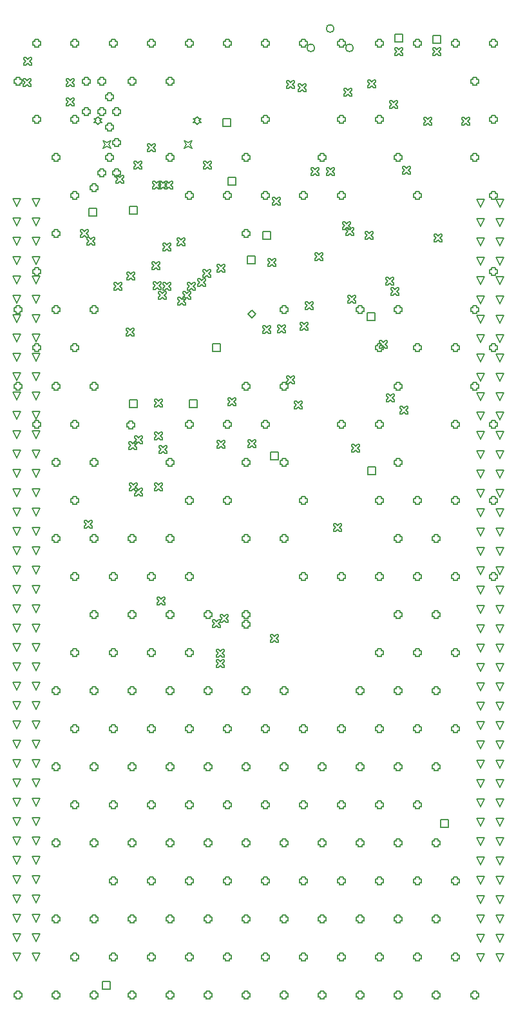
<source format=gbr>
%TF.GenerationSoftware,Altium Limited,Altium Designer,19.1.6 (110)*%
G04 Layer_Color=2752767*
%FSLAX26Y26*%
%MOIN*%
%TF.FileFunction,Drawing*%
%TF.Part,Single*%
G01*
G75*
%TA.AperFunction,NonConductor*%
%ADD112C,0.005000*%
%ADD113C,0.006667*%
D112*
X573000Y183000D02*
Y223000D01*
X613000D01*
Y183000D01*
X573000D01*
X2280000Y5075000D02*
Y5115000D01*
X2320000D01*
Y5075000D01*
X2280000D01*
X2627796Y328972D02*
X2607796Y368972D01*
X2647796D01*
X2627796Y328972D01*
Y428972D02*
X2607796Y468972D01*
X2647796D01*
X2627796Y428972D01*
Y528972D02*
X2607796Y568972D01*
X2647796D01*
X2627796Y528972D01*
Y628972D02*
X2607796Y668972D01*
X2647796D01*
X2627796Y628972D01*
Y728972D02*
X2607796Y768972D01*
X2647796D01*
X2627796Y728972D01*
Y828972D02*
X2607796Y868972D01*
X2647796D01*
X2627796Y828972D01*
Y928972D02*
X2607796Y968972D01*
X2647796D01*
X2627796Y928972D01*
Y1028972D02*
X2607796Y1068972D01*
X2647796D01*
X2627796Y1028972D01*
Y1128972D02*
X2607796Y1168972D01*
X2647796D01*
X2627796Y1128972D01*
Y1228972D02*
X2607796Y1268972D01*
X2647796D01*
X2627796Y1228972D01*
Y1328972D02*
X2607796Y1368972D01*
X2647796D01*
X2627796Y1328972D01*
Y1428972D02*
X2607796Y1468972D01*
X2647796D01*
X2627796Y1428972D01*
Y1528972D02*
X2607796Y1568972D01*
X2647796D01*
X2627796Y1528972D01*
Y1628972D02*
X2607796Y1668972D01*
X2647796D01*
X2627796Y1628972D01*
Y1728972D02*
X2607796Y1768972D01*
X2647796D01*
X2627796Y1728972D01*
Y1828972D02*
X2607796Y1868972D01*
X2647796D01*
X2627796Y1828972D01*
Y1928972D02*
X2607796Y1968972D01*
X2647796D01*
X2627796Y1928972D01*
Y2028972D02*
X2607796Y2068972D01*
X2647796D01*
X2627796Y2028972D01*
Y2128972D02*
X2607796Y2168972D01*
X2647796D01*
X2627796Y2128972D01*
Y2228972D02*
X2607796Y2268972D01*
X2647796D01*
X2627796Y2228972D01*
Y2328972D02*
X2607796Y2368972D01*
X2647796D01*
X2627796Y2328972D01*
Y2428972D02*
X2607796Y2468972D01*
X2647796D01*
X2627796Y2428972D01*
Y2528972D02*
X2607796Y2568972D01*
X2647796D01*
X2627796Y2528972D01*
Y2628972D02*
X2607796Y2668972D01*
X2647796D01*
X2627796Y2628972D01*
Y2728972D02*
X2607796Y2768972D01*
X2647796D01*
X2627796Y2728972D01*
Y2828972D02*
X2607796Y2868972D01*
X2647796D01*
X2627796Y2828972D01*
Y2928972D02*
X2607796Y2968972D01*
X2647796D01*
X2627796Y2928972D01*
Y3028972D02*
X2607796Y3068972D01*
X2647796D01*
X2627796Y3028972D01*
Y3128972D02*
X2607796Y3168972D01*
X2647796D01*
X2627796Y3128972D01*
Y3228972D02*
X2607796Y3268972D01*
X2647796D01*
X2627796Y3228972D01*
Y3328972D02*
X2607796Y3368972D01*
X2647796D01*
X2627796Y3328972D01*
Y3428972D02*
X2607796Y3468972D01*
X2647796D01*
X2627796Y3428972D01*
Y3528972D02*
X2607796Y3568972D01*
X2647796D01*
X2627796Y3528972D01*
Y3628972D02*
X2607796Y3668972D01*
X2647796D01*
X2627796Y3628972D01*
Y3728972D02*
X2607796Y3768972D01*
X2647796D01*
X2627796Y3728972D01*
Y3828972D02*
X2607796Y3868972D01*
X2647796D01*
X2627796Y3828972D01*
Y3928972D02*
X2607796Y3968972D01*
X2647796D01*
X2627796Y3928972D01*
Y4028972D02*
X2607796Y4068972D01*
X2647796D01*
X2627796Y4028972D01*
Y4128972D02*
X2607796Y4168972D01*
X2647796D01*
X2627796Y4128972D01*
Y4228972D02*
X2607796Y4268972D01*
X2647796D01*
X2627796Y4228972D01*
X2527796Y328972D02*
X2507796Y368972D01*
X2547796D01*
X2527796Y328972D01*
Y428972D02*
X2507796Y468972D01*
X2547796D01*
X2527796Y428972D01*
Y528972D02*
X2507796Y568972D01*
X2547796D01*
X2527796Y528972D01*
Y628972D02*
X2507796Y668972D01*
X2547796D01*
X2527796Y628972D01*
Y728972D02*
X2507796Y768972D01*
X2547796D01*
X2527796Y728972D01*
Y828972D02*
X2507796Y868972D01*
X2547796D01*
X2527796Y828972D01*
Y928972D02*
X2507796Y968972D01*
X2547796D01*
X2527796Y928972D01*
Y1028972D02*
X2507796Y1068972D01*
X2547796D01*
X2527796Y1028972D01*
Y1128972D02*
X2507796Y1168972D01*
X2547796D01*
X2527796Y1128972D01*
Y1228972D02*
X2507796Y1268972D01*
X2547796D01*
X2527796Y1228972D01*
Y1328972D02*
X2507796Y1368972D01*
X2547796D01*
X2527796Y1328972D01*
Y1428972D02*
X2507796Y1468972D01*
X2547796D01*
X2527796Y1428972D01*
Y1528972D02*
X2507796Y1568972D01*
X2547796D01*
X2527796Y1528972D01*
Y1628972D02*
X2507796Y1668972D01*
X2547796D01*
X2527796Y1628972D01*
Y1728972D02*
X2507796Y1768972D01*
X2547796D01*
X2527796Y1728972D01*
Y1828972D02*
X2507796Y1868972D01*
X2547796D01*
X2527796Y1828972D01*
Y1928972D02*
X2507796Y1968972D01*
X2547796D01*
X2527796Y1928972D01*
Y2028972D02*
X2507796Y2068972D01*
X2547796D01*
X2527796Y2028972D01*
Y2128972D02*
X2507796Y2168972D01*
X2547796D01*
X2527796Y2128972D01*
Y2228972D02*
X2507796Y2268972D01*
X2547796D01*
X2527796Y2228972D01*
Y2328972D02*
X2507796Y2368972D01*
X2547796D01*
X2527796Y2328972D01*
Y2428972D02*
X2507796Y2468972D01*
X2547796D01*
X2527796Y2428972D01*
Y2528972D02*
X2507796Y2568972D01*
X2547796D01*
X2527796Y2528972D01*
Y2628972D02*
X2507796Y2668972D01*
X2547796D01*
X2527796Y2628972D01*
Y2728972D02*
X2507796Y2768972D01*
X2547796D01*
X2527796Y2728972D01*
Y2828972D02*
X2507796Y2868972D01*
X2547796D01*
X2527796Y2828972D01*
Y2928972D02*
X2507796Y2968972D01*
X2547796D01*
X2527796Y2928972D01*
Y3028972D02*
X2507796Y3068972D01*
X2547796D01*
X2527796Y3028972D01*
Y3128972D02*
X2507796Y3168972D01*
X2547796D01*
X2527796Y3128972D01*
Y3228972D02*
X2507796Y3268972D01*
X2547796D01*
X2527796Y3228972D01*
Y3328972D02*
X2507796Y3368972D01*
X2547796D01*
X2527796Y3328972D01*
Y3428972D02*
X2507796Y3468972D01*
X2547796D01*
X2527796Y3428972D01*
Y3528972D02*
X2507796Y3568972D01*
X2547796D01*
X2527796Y3528972D01*
Y3628972D02*
X2507796Y3668972D01*
X2547796D01*
X2527796Y3628972D01*
Y3728972D02*
X2507796Y3768972D01*
X2547796D01*
X2527796Y3728972D01*
Y3828972D02*
X2507796Y3868972D01*
X2547796D01*
X2527796Y3828972D01*
Y3928972D02*
X2507796Y3968972D01*
X2547796D01*
X2527796Y3928972D01*
Y4028972D02*
X2507796Y4068972D01*
X2547796D01*
X2527796Y4028972D01*
Y4128972D02*
X2507796Y4168972D01*
X2547796D01*
X2527796Y4128972D01*
Y4228972D02*
X2507796Y4268972D01*
X2547796D01*
X2527796Y4228972D01*
X227796Y329956D02*
X207796Y369956D01*
X247796D01*
X227796Y329956D01*
Y429956D02*
X207796Y469956D01*
X247796D01*
X227796Y429956D01*
Y529956D02*
X207796Y569956D01*
X247796D01*
X227796Y529956D01*
Y629956D02*
X207796Y669956D01*
X247796D01*
X227796Y629956D01*
Y729956D02*
X207796Y769956D01*
X247796D01*
X227796Y729956D01*
Y829956D02*
X207796Y869956D01*
X247796D01*
X227796Y829956D01*
Y929956D02*
X207796Y969956D01*
X247796D01*
X227796Y929956D01*
Y1029956D02*
X207796Y1069956D01*
X247796D01*
X227796Y1029956D01*
Y1129956D02*
X207796Y1169956D01*
X247796D01*
X227796Y1129956D01*
Y1229956D02*
X207796Y1269956D01*
X247796D01*
X227796Y1229956D01*
Y1329956D02*
X207796Y1369956D01*
X247796D01*
X227796Y1329956D01*
Y1429956D02*
X207796Y1469956D01*
X247796D01*
X227796Y1429956D01*
Y1529956D02*
X207796Y1569956D01*
X247796D01*
X227796Y1529956D01*
Y1629956D02*
X207796Y1669956D01*
X247796D01*
X227796Y1629956D01*
Y1729956D02*
X207796Y1769956D01*
X247796D01*
X227796Y1729956D01*
Y1829956D02*
X207796Y1869956D01*
X247796D01*
X227796Y1829956D01*
Y1929956D02*
X207796Y1969956D01*
X247796D01*
X227796Y1929956D01*
Y2029956D02*
X207796Y2069956D01*
X247796D01*
X227796Y2029956D01*
Y2129956D02*
X207796Y2169956D01*
X247796D01*
X227796Y2129956D01*
Y2229956D02*
X207796Y2269956D01*
X247796D01*
X227796Y2229956D01*
Y2329956D02*
X207796Y2369956D01*
X247796D01*
X227796Y2329956D01*
Y2429956D02*
X207796Y2469956D01*
X247796D01*
X227796Y2429956D01*
Y2529956D02*
X207796Y2569956D01*
X247796D01*
X227796Y2529956D01*
Y2629956D02*
X207796Y2669956D01*
X247796D01*
X227796Y2629956D01*
Y2729956D02*
X207796Y2769956D01*
X247796D01*
X227796Y2729956D01*
Y2829956D02*
X207796Y2869956D01*
X247796D01*
X227796Y2829956D01*
Y2929956D02*
X207796Y2969956D01*
X247796D01*
X227796Y2929956D01*
Y3029956D02*
X207796Y3069956D01*
X247796D01*
X227796Y3029956D01*
Y3129956D02*
X207796Y3169956D01*
X247796D01*
X227796Y3129956D01*
Y3229956D02*
X207796Y3269956D01*
X247796D01*
X227796Y3229956D01*
Y3329956D02*
X207796Y3369956D01*
X247796D01*
X227796Y3329956D01*
Y3429956D02*
X207796Y3469956D01*
X247796D01*
X227796Y3429956D01*
Y3529956D02*
X207796Y3569956D01*
X247796D01*
X227796Y3529956D01*
Y3629956D02*
X207796Y3669956D01*
X247796D01*
X227796Y3629956D01*
Y3729956D02*
X207796Y3769956D01*
X247796D01*
X227796Y3729956D01*
Y3829956D02*
X207796Y3869956D01*
X247796D01*
X227796Y3829956D01*
Y3929956D02*
X207796Y3969956D01*
X247796D01*
X227796Y3929956D01*
Y4029956D02*
X207796Y4069956D01*
X247796D01*
X227796Y4029956D01*
Y4129956D02*
X207796Y4169956D01*
X247796D01*
X227796Y4129956D01*
Y4229956D02*
X207796Y4269956D01*
X247796D01*
X227796Y4229956D01*
X127796Y329956D02*
X107796Y369956D01*
X147796D01*
X127796Y329956D01*
Y429956D02*
X107796Y469956D01*
X147796D01*
X127796Y429956D01*
Y529956D02*
X107796Y569956D01*
X147796D01*
X127796Y529956D01*
Y629956D02*
X107796Y669956D01*
X147796D01*
X127796Y629956D01*
Y729956D02*
X107796Y769956D01*
X147796D01*
X127796Y729956D01*
Y829956D02*
X107796Y869956D01*
X147796D01*
X127796Y829956D01*
Y929956D02*
X107796Y969956D01*
X147796D01*
X127796Y929956D01*
Y1029956D02*
X107796Y1069956D01*
X147796D01*
X127796Y1029956D01*
Y1129956D02*
X107796Y1169956D01*
X147796D01*
X127796Y1129956D01*
Y1229956D02*
X107796Y1269956D01*
X147796D01*
X127796Y1229956D01*
Y1329956D02*
X107796Y1369956D01*
X147796D01*
X127796Y1329956D01*
Y1429956D02*
X107796Y1469956D01*
X147796D01*
X127796Y1429956D01*
Y1529956D02*
X107796Y1569956D01*
X147796D01*
X127796Y1529956D01*
Y1629956D02*
X107796Y1669956D01*
X147796D01*
X127796Y1629956D01*
Y1729956D02*
X107796Y1769956D01*
X147796D01*
X127796Y1729956D01*
Y1829956D02*
X107796Y1869956D01*
X147796D01*
X127796Y1829956D01*
Y1929956D02*
X107796Y1969956D01*
X147796D01*
X127796Y1929956D01*
Y2029956D02*
X107796Y2069956D01*
X147796D01*
X127796Y2029956D01*
Y2129956D02*
X107796Y2169956D01*
X147796D01*
X127796Y2129956D01*
Y2229956D02*
X107796Y2269956D01*
X147796D01*
X127796Y2229956D01*
Y2329956D02*
X107796Y2369956D01*
X147796D01*
X127796Y2329956D01*
Y2429956D02*
X107796Y2469956D01*
X147796D01*
X127796Y2429956D01*
Y2529956D02*
X107796Y2569956D01*
X147796D01*
X127796Y2529956D01*
Y2629956D02*
X107796Y2669956D01*
X147796D01*
X127796Y2629956D01*
Y2729956D02*
X107796Y2769956D01*
X147796D01*
X127796Y2729956D01*
Y2829956D02*
X107796Y2869956D01*
X147796D01*
X127796Y2829956D01*
Y2929956D02*
X107796Y2969956D01*
X147796D01*
X127796Y2929956D01*
Y3029956D02*
X107796Y3069956D01*
X147796D01*
X127796Y3029956D01*
Y3129956D02*
X107796Y3169956D01*
X147796D01*
X127796Y3129956D01*
Y3229956D02*
X107796Y3269956D01*
X147796D01*
X127796Y3229956D01*
Y3329956D02*
X107796Y3369956D01*
X147796D01*
X127796Y3329956D01*
Y3429956D02*
X107796Y3469956D01*
X147796D01*
X127796Y3429956D01*
Y3529956D02*
X107796Y3569956D01*
X147796D01*
X127796Y3529956D01*
Y3629956D02*
X107796Y3669956D01*
X147796D01*
X127796Y3629956D01*
Y3729956D02*
X107796Y3769956D01*
X147796D01*
X127796Y3729956D01*
Y3829956D02*
X107796Y3869956D01*
X147796D01*
X127796Y3829956D01*
Y3929956D02*
X107796Y3969956D01*
X147796D01*
X127796Y3929956D01*
Y4029956D02*
X107796Y4069956D01*
X147796D01*
X127796Y4029956D01*
Y4129956D02*
X107796Y4169956D01*
X147796D01*
X127796Y4129956D01*
Y4229956D02*
X107796Y4269956D01*
X147796D01*
X127796Y4229956D01*
X1062165Y4653740D02*
X1072165Y4663740D01*
X1082165D01*
X1072165Y4673740D01*
X1082165Y4683740D01*
X1072165D01*
X1062165Y4693740D01*
X1052165Y4683740D01*
X1042165D01*
X1052165Y4673740D01*
X1042165Y4663740D01*
X1052165D01*
X1062165Y4653740D01*
X547992D02*
X557992Y4663740D01*
X567992D01*
X557992Y4673740D01*
X567992Y4683740D01*
X557992D01*
X547992Y4693740D01*
X537992Y4683740D01*
X527992D01*
X537992Y4673740D01*
X527992Y4663740D01*
X537992D01*
X547992Y4653740D01*
X995709Y4531693D02*
X1005709Y4551693D01*
X995709Y4571693D01*
X1015709Y4561693D01*
X1035709Y4571693D01*
X1025709Y4551693D01*
X1035709Y4531693D01*
X1015709Y4541693D01*
X995709Y4531693D01*
X574449D02*
X584449Y4551693D01*
X574449Y4571693D01*
X594449Y4561693D01*
X614449Y4571693D01*
X604449Y4551693D01*
X614449Y4531693D01*
X594449Y4541693D01*
X574449Y4531693D01*
X2320000Y1020000D02*
Y1060000D01*
X2360000D01*
Y1020000D01*
X2320000D01*
X1220000Y4340000D02*
Y4380000D01*
X1260000D01*
Y4340000D01*
X1220000D01*
X500000Y4180000D02*
Y4220000D01*
X540000D01*
Y4180000D01*
X500000D01*
X710000Y4190000D02*
Y4230000D01*
X750000D01*
Y4190000D01*
X710000D01*
X1195000Y4645000D02*
Y4685000D01*
X1235000D01*
Y4645000D01*
X1195000D01*
X1320000Y3935000D02*
Y3975000D01*
X1360000D01*
Y3935000D01*
X1320000D01*
X1940000Y3640000D02*
Y3680000D01*
X1980000D01*
Y3640000D01*
X1940000D01*
X1140000Y3480000D02*
Y3520000D01*
X1180000D01*
Y3480000D01*
X1140000D01*
X1440000Y2920000D02*
Y2960000D01*
X1480000D01*
Y2920000D01*
X1440000D01*
X1945000Y2845000D02*
Y2885000D01*
X1985000D01*
Y2845000D01*
X1945000D01*
X710000Y3190000D02*
Y3230000D01*
X750000D01*
Y3190000D01*
X710000D01*
X1020000D02*
Y3230000D01*
X1060000D01*
Y3190000D01*
X1020000D01*
X1400000Y4060000D02*
Y4100000D01*
X1440000D01*
Y4060000D01*
X1400000D01*
X2085000Y5080000D02*
Y5120000D01*
X2125000D01*
Y5080000D01*
X2085000D01*
X708931Y3090484D02*
Y3080484D01*
X728931D01*
Y3090484D01*
X738931D01*
Y3110484D01*
X728931D01*
Y3120484D01*
X708931D01*
Y3110484D01*
X698931D01*
Y3090484D01*
X708931D01*
X988000Y3750000D02*
X998000D01*
X1008000Y3760000D01*
X1018000Y3750000D01*
X1028000D01*
Y3760000D01*
X1018000Y3770000D01*
X1028000Y3780000D01*
Y3790000D01*
X1018000D01*
X1008000Y3780000D01*
X998000Y3790000D01*
X988000D01*
Y3780000D01*
X998000Y3770000D01*
X988000Y3760000D01*
Y3750000D01*
X860000D02*
X870000D01*
X880000Y3760000D01*
X890000Y3750000D01*
X900000D01*
Y3760000D01*
X890000Y3770000D01*
X900000Y3780000D01*
Y3790000D01*
X890000D01*
X880000Y3780000D01*
X870000Y3790000D01*
X860000D01*
Y3780000D01*
X870000Y3770000D01*
X860000Y3760000D01*
Y3750000D01*
X696576Y3560424D02*
X706576D01*
X716576Y3570424D01*
X726576Y3560424D01*
X736576D01*
Y3570424D01*
X726576Y3580424D01*
X736576Y3590424D01*
Y3600424D01*
X726576D01*
X716576Y3590424D01*
X706576Y3600424D01*
X696576D01*
Y3590424D01*
X706576Y3580424D01*
X696576Y3570424D01*
Y3560424D01*
X1453000Y4236000D02*
X1463000D01*
X1473000Y4246000D01*
X1483000Y4236000D01*
X1493000D01*
Y4246000D01*
X1483000Y4256000D01*
X1493000Y4266000D01*
Y4276000D01*
X1483000D01*
X1473000Y4266000D01*
X1463000Y4276000D01*
X1453000D01*
Y4266000D01*
X1463000Y4256000D01*
X1453000Y4246000D01*
Y4236000D01*
X840000Y3025000D02*
X850000D01*
X860000Y3035000D01*
X870000Y3025000D01*
X880000D01*
Y3035000D01*
X870000Y3045000D01*
X880000Y3055000D01*
Y3065000D01*
X870000D01*
X860000Y3055000D01*
X850000Y3065000D01*
X840000D01*
Y3055000D01*
X850000Y3045000D01*
X840000Y3035000D01*
Y3025000D01*
X1585000Y4825000D02*
X1595000D01*
X1605000Y4835000D01*
X1615000Y4825000D01*
X1625000D01*
Y4835000D01*
X1615000Y4845000D01*
X1625000Y4855000D01*
Y4865000D01*
X1615000D01*
X1605000Y4855000D01*
X1595000Y4865000D01*
X1585000D01*
Y4855000D01*
X1595000Y4845000D01*
X1585000Y4835000D01*
Y4825000D01*
X1305000Y2060000D02*
Y2050000D01*
X1325000D01*
Y2060000D01*
X1335000D01*
Y2080000D01*
X1325000D01*
Y2090000D01*
X1305000D01*
Y2080000D01*
X1295000D01*
Y2060000D01*
X1305000D01*
X712284Y2761000D02*
X722284D01*
X732284Y2771000D01*
X742284Y2761000D01*
X752284D01*
Y2771000D01*
X742284Y2781000D01*
X752284Y2791000D01*
Y2801000D01*
X742284D01*
X732284Y2791000D01*
X722284Y2801000D01*
X712284D01*
Y2791000D01*
X722284Y2781000D01*
X712284Y2771000D01*
Y2761000D01*
X840590Y2760984D02*
X850590D01*
X860590Y2770984D01*
X870590Y2760984D01*
X880590D01*
Y2770984D01*
X870590Y2780984D01*
X880590Y2790984D01*
Y2800984D01*
X870590D01*
X860590Y2790984D01*
X850590Y2800984D01*
X840590D01*
Y2790984D01*
X850590Y2780984D01*
X840590Y2770984D01*
Y2760984D01*
X2585159Y5063839D02*
Y5053839D01*
X2605159D01*
Y5063839D01*
X2615159D01*
Y5083839D01*
X2605159D01*
Y5093839D01*
X2585159D01*
Y5083839D01*
X2575159D01*
Y5063839D01*
X2585159D01*
X2486734Y4866988D02*
Y4856988D01*
X2506734D01*
Y4866988D01*
X2516734D01*
Y4886988D01*
X2506734D01*
Y4896988D01*
X2486734D01*
Y4886988D01*
X2476734D01*
Y4866988D01*
X2486734D01*
X2585159Y4670138D02*
Y4660138D01*
X2605159D01*
Y4670138D01*
X2615159D01*
Y4690138D01*
X2605159D01*
Y4700138D01*
X2585159D01*
Y4690138D01*
X2575159D01*
Y4670138D01*
X2585159D01*
X2486734Y4473288D02*
Y4463288D01*
X2506734D01*
Y4473288D01*
X2516734D01*
Y4493288D01*
X2506734D01*
Y4503288D01*
X2486734D01*
Y4493288D01*
X2476734D01*
Y4473288D01*
X2486734D01*
X2585159Y4276437D02*
Y4266437D01*
X2605159D01*
Y4276437D01*
X2615159D01*
Y4296437D01*
X2605159D01*
Y4306437D01*
X2585159D01*
Y4296437D01*
X2575159D01*
Y4276437D01*
X2585159D01*
Y3882736D02*
Y3872736D01*
X2605159D01*
Y3882736D01*
X2615159D01*
Y3902736D01*
X2605159D01*
Y3912736D01*
X2585159D01*
Y3902736D01*
X2575159D01*
Y3882736D01*
X2585159D01*
X2486734Y3685886D02*
Y3675886D01*
X2506734D01*
Y3685886D01*
X2516734D01*
Y3705886D01*
X2506734D01*
Y3715886D01*
X2486734D01*
Y3705886D01*
X2476734D01*
Y3685886D01*
X2486734D01*
X2585159Y3489035D02*
Y3479035D01*
X2605159D01*
Y3489035D01*
X2615159D01*
Y3509035D01*
X2605159D01*
Y3519035D01*
X2585159D01*
Y3509035D01*
X2575159D01*
Y3489035D01*
X2585159D01*
X2486734Y3292185D02*
Y3282185D01*
X2506734D01*
Y3292185D01*
X2516734D01*
Y3312185D01*
X2506734D01*
Y3322185D01*
X2486734D01*
Y3312185D01*
X2476734D01*
Y3292185D01*
X2486734D01*
X2585159Y3095335D02*
Y3085335D01*
X2605159D01*
Y3095335D01*
X2615159D01*
Y3115335D01*
X2605159D01*
Y3125335D01*
X2585159D01*
Y3115335D01*
X2575159D01*
Y3095335D01*
X2585159D01*
Y2701634D02*
Y2691634D01*
X2605159D01*
Y2701634D01*
X2615159D01*
Y2721634D01*
X2605159D01*
Y2731634D01*
X2585159D01*
Y2721634D01*
X2575159D01*
Y2701634D01*
X2585159D01*
Y2307933D02*
Y2297933D01*
X2605159D01*
Y2307933D01*
X2615159D01*
Y2327933D01*
X2605159D01*
Y2337933D01*
X2585159D01*
Y2327933D01*
X2575159D01*
Y2307933D01*
X2585159D01*
X2486734Y142579D02*
Y132579D01*
X2506734D01*
Y142579D01*
X2516734D01*
Y162579D01*
X2506734D01*
Y172579D01*
X2486734D01*
Y162579D01*
X2476734D01*
Y142579D01*
X2486734D01*
X2388309Y5063839D02*
Y5053839D01*
X2408309D01*
Y5063839D01*
X2418309D01*
Y5083839D01*
X2408309D01*
Y5093839D01*
X2388309D01*
Y5083839D01*
X2378309D01*
Y5063839D01*
X2388309D01*
Y3489035D02*
Y3479035D01*
X2408309D01*
Y3489035D01*
X2418309D01*
Y3509035D01*
X2408309D01*
Y3519035D01*
X2388309D01*
Y3509035D01*
X2378309D01*
Y3489035D01*
X2388309D01*
Y3095335D02*
Y3085335D01*
X2408309D01*
Y3095335D01*
X2418309D01*
Y3115335D01*
X2408309D01*
Y3125335D01*
X2388309D01*
Y3115335D01*
X2378309D01*
Y3095335D01*
X2388309D01*
Y2701634D02*
Y2691634D01*
X2408309D01*
Y2701634D01*
X2418309D01*
Y2721634D01*
X2408309D01*
Y2731634D01*
X2388309D01*
Y2721634D01*
X2378309D01*
Y2701634D01*
X2388309D01*
X2289884Y2504784D02*
Y2494784D01*
X2309884D01*
Y2504784D01*
X2319884D01*
Y2524784D01*
X2309884D01*
Y2534784D01*
X2289884D01*
Y2524784D01*
X2279884D01*
Y2504784D01*
X2289884D01*
X2388309Y2307933D02*
Y2297933D01*
X2408309D01*
Y2307933D01*
X2418309D01*
Y2327933D01*
X2408309D01*
Y2337933D01*
X2388309D01*
Y2327933D01*
X2378309D01*
Y2307933D01*
X2388309D01*
X2289884Y2111083D02*
Y2101083D01*
X2309884D01*
Y2111083D01*
X2319884D01*
Y2131083D01*
X2309884D01*
Y2141083D01*
X2289884D01*
Y2131083D01*
X2279884D01*
Y2111083D01*
X2289884D01*
X2388309Y1914232D02*
Y1904232D01*
X2408309D01*
Y1914232D01*
X2418309D01*
Y1934232D01*
X2408309D01*
Y1944232D01*
X2388309D01*
Y1934232D01*
X2378309D01*
Y1914232D01*
X2388309D01*
X2289884Y1717382D02*
Y1707382D01*
X2309884D01*
Y1717382D01*
X2319884D01*
Y1737382D01*
X2309884D01*
Y1747382D01*
X2289884D01*
Y1737382D01*
X2279884D01*
Y1717382D01*
X2289884D01*
X2388309Y1520532D02*
Y1510532D01*
X2408309D01*
Y1520532D01*
X2418309D01*
Y1540532D01*
X2408309D01*
Y1550532D01*
X2388309D01*
Y1540532D01*
X2378309D01*
Y1520532D01*
X2388309D01*
X2289884Y1323681D02*
Y1313681D01*
X2309884D01*
Y1323681D01*
X2319884D01*
Y1343681D01*
X2309884D01*
Y1353681D01*
X2289884D01*
Y1343681D01*
X2279884D01*
Y1323681D01*
X2289884D01*
Y929980D02*
Y919980D01*
X2309884D01*
Y929980D01*
X2319884D01*
Y949980D01*
X2309884D01*
Y959980D01*
X2289884D01*
Y949980D01*
X2279884D01*
Y929980D01*
X2289884D01*
X2388309Y733130D02*
Y723130D01*
X2408309D01*
Y733130D01*
X2418309D01*
Y753130D01*
X2408309D01*
Y763130D01*
X2388309D01*
Y753130D01*
X2378309D01*
Y733130D01*
X2388309D01*
X2289884Y536279D02*
Y526279D01*
X2309884D01*
Y536279D01*
X2319884D01*
Y556279D01*
X2309884D01*
Y566279D01*
X2289884D01*
Y556279D01*
X2279884D01*
Y536279D01*
X2289884D01*
X2388309Y339429D02*
Y329429D01*
X2408309D01*
Y339429D01*
X2418309D01*
Y359429D01*
X2408309D01*
Y369429D01*
X2388309D01*
Y359429D01*
X2378309D01*
Y339429D01*
X2388309D01*
X2289884Y142579D02*
Y132579D01*
X2309884D01*
Y142579D01*
X2319884D01*
Y162579D01*
X2309884D01*
Y172579D01*
X2289884D01*
Y162579D01*
X2279884D01*
Y142579D01*
X2289884D01*
X2191458Y5063839D02*
Y5053839D01*
X2211458D01*
Y5063839D01*
X2221458D01*
Y5083839D01*
X2211458D01*
Y5093839D01*
X2191458D01*
Y5083839D01*
X2181458D01*
Y5063839D01*
X2191458D01*
X2093033Y4473288D02*
Y4463288D01*
X2113033D01*
Y4473288D01*
X2123033D01*
Y4493288D01*
X2113033D01*
Y4503288D01*
X2093033D01*
Y4493288D01*
X2083033D01*
Y4473288D01*
X2093033D01*
X2191458Y4276437D02*
Y4266437D01*
X2211458D01*
Y4276437D01*
X2221458D01*
Y4296437D01*
X2211458D01*
Y4306437D01*
X2191458D01*
Y4296437D01*
X2181458D01*
Y4276437D01*
X2191458D01*
X2093033Y3685886D02*
Y3675886D01*
X2113033D01*
Y3685886D01*
X2123033D01*
Y3705886D01*
X2113033D01*
Y3715886D01*
X2093033D01*
Y3705886D01*
X2083033D01*
Y3685886D01*
X2093033D01*
X2191458Y3489035D02*
Y3479035D01*
X2211458D01*
Y3489035D01*
X2221458D01*
Y3509035D01*
X2211458D01*
Y3519035D01*
X2191458D01*
Y3509035D01*
X2181458D01*
Y3489035D01*
X2191458D01*
X2093033Y3292185D02*
Y3282185D01*
X2113033D01*
Y3292185D01*
X2123033D01*
Y3312185D01*
X2113033D01*
Y3322185D01*
X2093033D01*
Y3312185D01*
X2083033D01*
Y3292185D01*
X2093033D01*
Y2898484D02*
Y2888484D01*
X2113033D01*
Y2898484D01*
X2123033D01*
Y2918484D01*
X2113033D01*
Y2928484D01*
X2093033D01*
Y2918484D01*
X2083033D01*
Y2898484D01*
X2093033D01*
X2191458Y2701634D02*
Y2691634D01*
X2211458D01*
Y2701634D01*
X2221458D01*
Y2721634D01*
X2211458D01*
Y2731634D01*
X2191458D01*
Y2721634D01*
X2181458D01*
Y2701634D01*
X2191458D01*
X2093033Y2504784D02*
Y2494784D01*
X2113033D01*
Y2504784D01*
X2123033D01*
Y2524784D01*
X2113033D01*
Y2534784D01*
X2093033D01*
Y2524784D01*
X2083033D01*
Y2504784D01*
X2093033D01*
X2191458Y2307933D02*
Y2297933D01*
X2211458D01*
Y2307933D01*
X2221458D01*
Y2327933D01*
X2211458D01*
Y2337933D01*
X2191458D01*
Y2327933D01*
X2181458D01*
Y2307933D01*
X2191458D01*
X2093033Y2111083D02*
Y2101083D01*
X2113033D01*
Y2111083D01*
X2123033D01*
Y2131083D01*
X2113033D01*
Y2141083D01*
X2093033D01*
Y2131083D01*
X2083033D01*
Y2111083D01*
X2093033D01*
X2191458Y1914232D02*
Y1904232D01*
X2211458D01*
Y1914232D01*
X2221458D01*
Y1934232D01*
X2211458D01*
Y1944232D01*
X2191458D01*
Y1934232D01*
X2181458D01*
Y1914232D01*
X2191458D01*
X2093033Y1717382D02*
Y1707382D01*
X2113033D01*
Y1717382D01*
X2123033D01*
Y1737382D01*
X2113033D01*
Y1747382D01*
X2093033D01*
Y1737382D01*
X2083033D01*
Y1717382D01*
X2093033D01*
X2191458Y1520532D02*
Y1510532D01*
X2211458D01*
Y1520532D01*
X2221458D01*
Y1540532D01*
X2211458D01*
Y1550532D01*
X2191458D01*
Y1540532D01*
X2181458D01*
Y1520532D01*
X2191458D01*
X2093033Y1323681D02*
Y1313681D01*
X2113033D01*
Y1323681D01*
X2123033D01*
Y1343681D01*
X2113033D01*
Y1353681D01*
X2093033D01*
Y1343681D01*
X2083033D01*
Y1323681D01*
X2093033D01*
X2191458Y1126831D02*
Y1116831D01*
X2211458D01*
Y1126831D01*
X2221458D01*
Y1146831D01*
X2211458D01*
Y1156831D01*
X2191458D01*
Y1146831D01*
X2181458D01*
Y1126831D01*
X2191458D01*
X2093033Y929980D02*
Y919980D01*
X2113033D01*
Y929980D01*
X2123033D01*
Y949980D01*
X2113033D01*
Y959980D01*
X2093033D01*
Y949980D01*
X2083033D01*
Y929980D01*
X2093033D01*
X2191458Y733130D02*
Y723130D01*
X2211458D01*
Y733130D01*
X2221458D01*
Y753130D01*
X2211458D01*
Y763130D01*
X2191458D01*
Y753130D01*
X2181458D01*
Y733130D01*
X2191458D01*
X2093033Y536279D02*
Y526279D01*
X2113033D01*
Y536279D01*
X2123033D01*
Y556279D01*
X2113033D01*
Y566279D01*
X2093033D01*
Y556279D01*
X2083033D01*
Y536279D01*
X2093033D01*
X2191458Y339429D02*
Y329429D01*
X2211458D01*
Y339429D01*
X2221458D01*
Y359429D01*
X2211458D01*
Y369429D01*
X2191458D01*
Y359429D01*
X2181458D01*
Y339429D01*
X2191458D01*
X2093033Y142579D02*
Y132579D01*
X2113033D01*
Y142579D01*
X2123033D01*
Y162579D01*
X2113033D01*
Y172579D01*
X2093033D01*
Y162579D01*
X2083033D01*
Y142579D01*
X2093033D01*
X1994608Y5063839D02*
Y5053839D01*
X2014608D01*
Y5063839D01*
X2024608D01*
Y5083839D01*
X2014608D01*
Y5093839D01*
X1994608D01*
Y5083839D01*
X1984608D01*
Y5063839D01*
X1994608D01*
Y4670138D02*
Y4660138D01*
X2014608D01*
Y4670138D01*
X2024608D01*
Y4690138D01*
X2014608D01*
Y4700138D01*
X1994608D01*
Y4690138D01*
X1984608D01*
Y4670138D01*
X1994608D01*
X1896183Y3685886D02*
Y3675886D01*
X1916183D01*
Y3685886D01*
X1926183D01*
Y3705886D01*
X1916183D01*
Y3715886D01*
X1896183D01*
Y3705886D01*
X1886183D01*
Y3685886D01*
X1896183D01*
X1994608Y3489035D02*
Y3479035D01*
X2014608D01*
Y3489035D01*
X2024608D01*
Y3509035D01*
X2014608D01*
Y3519035D01*
X1994608D01*
Y3509035D01*
X1984608D01*
Y3489035D01*
X1994608D01*
Y3095335D02*
Y3085335D01*
X2014608D01*
Y3095335D01*
X2024608D01*
Y3115335D01*
X2014608D01*
Y3125335D01*
X1994608D01*
Y3115335D01*
X1984608D01*
Y3095335D01*
X1994608D01*
Y2701634D02*
Y2691634D01*
X2014608D01*
Y2701634D01*
X2024608D01*
Y2721634D01*
X2014608D01*
Y2731634D01*
X1994608D01*
Y2721634D01*
X1984608D01*
Y2701634D01*
X1994608D01*
Y2307933D02*
Y2297933D01*
X2014608D01*
Y2307933D01*
X2024608D01*
Y2327933D01*
X2014608D01*
Y2337933D01*
X1994608D01*
Y2327933D01*
X1984608D01*
Y2307933D01*
X1994608D01*
Y1914232D02*
Y1904232D01*
X2014608D01*
Y1914232D01*
X2024608D01*
Y1934232D01*
X2014608D01*
Y1944232D01*
X1994608D01*
Y1934232D01*
X1984608D01*
Y1914232D01*
X1994608D01*
X1896183Y1717382D02*
Y1707382D01*
X1916183D01*
Y1717382D01*
X1926183D01*
Y1737382D01*
X1916183D01*
Y1747382D01*
X1896183D01*
Y1737382D01*
X1886183D01*
Y1717382D01*
X1896183D01*
X1994608Y1520532D02*
Y1510532D01*
X2014608D01*
Y1520532D01*
X2024608D01*
Y1540532D01*
X2014608D01*
Y1550532D01*
X1994608D01*
Y1540532D01*
X1984608D01*
Y1520532D01*
X1994608D01*
X1896183Y1323681D02*
Y1313681D01*
X1916183D01*
Y1323681D01*
X1926183D01*
Y1343681D01*
X1916183D01*
Y1353681D01*
X1896183D01*
Y1343681D01*
X1886183D01*
Y1323681D01*
X1896183D01*
X1994608Y1126831D02*
Y1116831D01*
X2014608D01*
Y1126831D01*
X2024608D01*
Y1146831D01*
X2014608D01*
Y1156831D01*
X1994608D01*
Y1146831D01*
X1984608D01*
Y1126831D01*
X1994608D01*
X1896183Y929980D02*
Y919980D01*
X1916183D01*
Y929980D01*
X1926183D01*
Y949980D01*
X1916183D01*
Y959980D01*
X1896183D01*
Y949980D01*
X1886183D01*
Y929980D01*
X1896183D01*
X1994608Y733130D02*
Y723130D01*
X2014608D01*
Y733130D01*
X2024608D01*
Y753130D01*
X2014608D01*
Y763130D01*
X1994608D01*
Y753130D01*
X1984608D01*
Y733130D01*
X1994608D01*
X1896183Y536279D02*
Y526279D01*
X1916183D01*
Y536279D01*
X1926183D01*
Y556279D01*
X1916183D01*
Y566279D01*
X1896183D01*
Y556279D01*
X1886183D01*
Y536279D01*
X1896183D01*
X1994608Y339429D02*
Y329429D01*
X2014608D01*
Y339429D01*
X2024608D01*
Y359429D01*
X2014608D01*
Y369429D01*
X1994608D01*
Y359429D01*
X1984608D01*
Y339429D01*
X1994608D01*
X1896183Y142579D02*
Y132579D01*
X1916183D01*
Y142579D01*
X1926183D01*
Y162579D01*
X1916183D01*
Y172579D01*
X1896183D01*
Y162579D01*
X1886183D01*
Y142579D01*
X1896183D01*
X1797758Y5063839D02*
Y5053839D01*
X1817758D01*
Y5063839D01*
X1827758D01*
Y5083839D01*
X1817758D01*
Y5093839D01*
X1797758D01*
Y5083839D01*
X1787758D01*
Y5063839D01*
X1797758D01*
Y4670138D02*
Y4660138D01*
X1817758D01*
Y4670138D01*
X1827758D01*
Y4690138D01*
X1817758D01*
Y4700138D01*
X1797758D01*
Y4690138D01*
X1787758D01*
Y4670138D01*
X1797758D01*
X1699332Y4473288D02*
Y4463288D01*
X1719332D01*
Y4473288D01*
X1729332D01*
Y4493288D01*
X1719332D01*
Y4503288D01*
X1699332D01*
Y4493288D01*
X1689332D01*
Y4473288D01*
X1699332D01*
X1797758Y4276437D02*
Y4266437D01*
X1817758D01*
Y4276437D01*
X1827758D01*
Y4296437D01*
X1817758D01*
Y4306437D01*
X1797758D01*
Y4296437D01*
X1787758D01*
Y4276437D01*
X1797758D01*
Y1520532D02*
Y1510532D01*
X1817758D01*
Y1520532D01*
X1827758D01*
Y1540532D01*
X1817758D01*
Y1550532D01*
X1797758D01*
Y1540532D01*
X1787758D01*
Y1520532D01*
X1797758D01*
X1699332Y1323681D02*
Y1313681D01*
X1719332D01*
Y1323681D01*
X1729332D01*
Y1343681D01*
X1719332D01*
Y1353681D01*
X1699332D01*
Y1343681D01*
X1689332D01*
Y1323681D01*
X1699332D01*
X1797758Y1126831D02*
Y1116831D01*
X1817758D01*
Y1126831D01*
X1827758D01*
Y1146831D01*
X1817758D01*
Y1156831D01*
X1797758D01*
Y1146831D01*
X1787758D01*
Y1126831D01*
X1797758D01*
X1699332Y929980D02*
Y919980D01*
X1719332D01*
Y929980D01*
X1729332D01*
Y949980D01*
X1719332D01*
Y959980D01*
X1699332D01*
Y949980D01*
X1689332D01*
Y929980D01*
X1699332D01*
X1797758Y733130D02*
Y723130D01*
X1817758D01*
Y733130D01*
X1827758D01*
Y753130D01*
X1817758D01*
Y763130D01*
X1797758D01*
Y753130D01*
X1787758D01*
Y733130D01*
X1797758D01*
X1699332Y536279D02*
Y526279D01*
X1719332D01*
Y536279D01*
X1729332D01*
Y556279D01*
X1719332D01*
Y566279D01*
X1699332D01*
Y556279D01*
X1689332D01*
Y536279D01*
X1699332D01*
X1797758Y339429D02*
Y329429D01*
X1817758D01*
Y339429D01*
X1827758D01*
Y359429D01*
X1817758D01*
Y369429D01*
X1797758D01*
Y359429D01*
X1787758D01*
Y339429D01*
X1797758D01*
X1699332Y142579D02*
Y132579D01*
X1719332D01*
Y142579D01*
X1729332D01*
Y162579D01*
X1719332D01*
Y172579D01*
X1699332D01*
Y162579D01*
X1689332D01*
Y142579D01*
X1699332D01*
X1600907Y5063839D02*
Y5053839D01*
X1620907D01*
Y5063839D01*
X1630907D01*
Y5083839D01*
X1620907D01*
Y5093839D01*
X1600907D01*
Y5083839D01*
X1590907D01*
Y5063839D01*
X1600907D01*
Y4276437D02*
Y4266437D01*
X1620907D01*
Y4276437D01*
X1630907D01*
Y4296437D01*
X1620907D01*
Y4306437D01*
X1600907D01*
Y4296437D01*
X1590907D01*
Y4276437D01*
X1600907D01*
X1502482Y3685886D02*
Y3675886D01*
X1522482D01*
Y3685886D01*
X1532482D01*
Y3705886D01*
X1522482D01*
Y3715886D01*
X1502482D01*
Y3705886D01*
X1492482D01*
Y3685886D01*
X1502482D01*
Y1717382D02*
Y1707382D01*
X1522482D01*
Y1717382D01*
X1532482D01*
Y1737382D01*
X1522482D01*
Y1747382D01*
X1502482D01*
Y1737382D01*
X1492482D01*
Y1717382D01*
X1502482D01*
X1600907Y1520532D02*
Y1510532D01*
X1620907D01*
Y1520532D01*
X1630907D01*
Y1540532D01*
X1620907D01*
Y1550532D01*
X1600907D01*
Y1540532D01*
X1590907D01*
Y1520532D01*
X1600907D01*
X1502482Y1323681D02*
Y1313681D01*
X1522482D01*
Y1323681D01*
X1532482D01*
Y1343681D01*
X1522482D01*
Y1353681D01*
X1502482D01*
Y1343681D01*
X1492482D01*
Y1323681D01*
X1502482D01*
X1600907Y1126831D02*
Y1116831D01*
X1620907D01*
Y1126831D01*
X1630907D01*
Y1146831D01*
X1620907D01*
Y1156831D01*
X1600907D01*
Y1146831D01*
X1590907D01*
Y1126831D01*
X1600907D01*
X1502482Y929980D02*
Y919980D01*
X1522482D01*
Y929980D01*
X1532482D01*
Y949980D01*
X1522482D01*
Y959980D01*
X1502482D01*
Y949980D01*
X1492482D01*
Y929980D01*
X1502482D01*
X1600907Y733130D02*
Y723130D01*
X1620907D01*
Y733130D01*
X1630907D01*
Y753130D01*
X1620907D01*
Y763130D01*
X1600907D01*
Y753130D01*
X1590907D01*
Y733130D01*
X1600907D01*
X1502482Y536279D02*
Y526279D01*
X1522482D01*
Y536279D01*
X1532482D01*
Y556279D01*
X1522482D01*
Y566279D01*
X1502482D01*
Y556279D01*
X1492482D01*
Y536279D01*
X1502482D01*
X1600907Y339429D02*
Y329429D01*
X1620907D01*
Y339429D01*
X1630907D01*
Y359429D01*
X1620907D01*
Y369429D01*
X1600907D01*
Y359429D01*
X1590907D01*
Y339429D01*
X1600907D01*
X1502482Y142579D02*
Y132579D01*
X1522482D01*
Y142579D01*
X1532482D01*
Y162579D01*
X1522482D01*
Y172579D01*
X1502482D01*
Y162579D01*
X1492482D01*
Y142579D01*
X1502482D01*
X1404057Y5063839D02*
Y5053839D01*
X1424057D01*
Y5063839D01*
X1434057D01*
Y5083839D01*
X1424057D01*
Y5093839D01*
X1404057D01*
Y5083839D01*
X1394057D01*
Y5063839D01*
X1404057D01*
Y4670138D02*
Y4660138D01*
X1424057D01*
Y4670138D01*
X1434057D01*
Y4690138D01*
X1424057D01*
Y4700138D01*
X1404057D01*
Y4690138D01*
X1394057D01*
Y4670138D01*
X1404057D01*
X1305632Y4473288D02*
Y4463288D01*
X1325632D01*
Y4473288D01*
X1335632D01*
Y4493288D01*
X1325632D01*
Y4503288D01*
X1305632D01*
Y4493288D01*
X1295632D01*
Y4473288D01*
X1305632D01*
X1404057Y4276437D02*
Y4266437D01*
X1424057D01*
Y4276437D01*
X1434057D01*
Y4296437D01*
X1424057D01*
Y4306437D01*
X1404057D01*
Y4296437D01*
X1394057D01*
Y4276437D01*
X1404057D01*
X1305632Y4079587D02*
Y4069587D01*
X1325632D01*
Y4079587D01*
X1335632D01*
Y4099587D01*
X1325632D01*
Y4109587D01*
X1305632D01*
Y4099587D01*
X1295632D01*
Y4079587D01*
X1305632D01*
X1404057Y1520532D02*
Y1510532D01*
X1424057D01*
Y1520532D01*
X1434057D01*
Y1540532D01*
X1424057D01*
Y1550532D01*
X1404057D01*
Y1540532D01*
X1394057D01*
Y1520532D01*
X1404057D01*
X1305632Y1323681D02*
Y1313681D01*
X1325632D01*
Y1323681D01*
X1335632D01*
Y1343681D01*
X1325632D01*
Y1353681D01*
X1305632D01*
Y1343681D01*
X1295632D01*
Y1323681D01*
X1305632D01*
X1404057Y1126831D02*
Y1116831D01*
X1424057D01*
Y1126831D01*
X1434057D01*
Y1146831D01*
X1424057D01*
Y1156831D01*
X1404057D01*
Y1146831D01*
X1394057D01*
Y1126831D01*
X1404057D01*
X1305632Y929980D02*
Y919980D01*
X1325632D01*
Y929980D01*
X1335632D01*
Y949980D01*
X1325632D01*
Y959980D01*
X1305632D01*
Y949980D01*
X1295632D01*
Y929980D01*
X1305632D01*
X1404057Y733130D02*
Y723130D01*
X1424057D01*
Y733130D01*
X1434057D01*
Y753130D01*
X1424057D01*
Y763130D01*
X1404057D01*
Y753130D01*
X1394057D01*
Y733130D01*
X1404057D01*
X1305632Y536279D02*
Y526279D01*
X1325632D01*
Y536279D01*
X1335632D01*
Y556279D01*
X1325632D01*
Y566279D01*
X1305632D01*
Y556279D01*
X1295632D01*
Y536279D01*
X1305632D01*
X1404057Y339429D02*
Y329429D01*
X1424057D01*
Y339429D01*
X1434057D01*
Y359429D01*
X1424057D01*
Y369429D01*
X1404057D01*
Y359429D01*
X1394057D01*
Y339429D01*
X1404057D01*
X1305632Y142579D02*
Y132579D01*
X1325632D01*
Y142579D01*
X1335632D01*
Y162579D01*
X1325632D01*
Y172579D01*
X1305632D01*
Y162579D01*
X1295632D01*
Y142579D01*
X1305632D01*
X1207206Y5063839D02*
Y5053839D01*
X1227206D01*
Y5063839D01*
X1237206D01*
Y5083839D01*
X1227206D01*
Y5093839D01*
X1207206D01*
Y5083839D01*
X1197206D01*
Y5063839D01*
X1207206D01*
Y4276437D02*
Y4266437D01*
X1227206D01*
Y4276437D01*
X1237206D01*
Y4296437D01*
X1227206D01*
Y4306437D01*
X1207206D01*
Y4296437D01*
X1197206D01*
Y4276437D01*
X1207206D01*
Y1520532D02*
Y1510532D01*
X1227206D01*
Y1520532D01*
X1237206D01*
Y1540532D01*
X1227206D01*
Y1550532D01*
X1207206D01*
Y1540532D01*
X1197206D01*
Y1520532D01*
X1207206D01*
X1108781Y1323681D02*
Y1313681D01*
X1128781D01*
Y1323681D01*
X1138781D01*
Y1343681D01*
X1128781D01*
Y1353681D01*
X1108781D01*
Y1343681D01*
X1098781D01*
Y1323681D01*
X1108781D01*
X1207206Y1126831D02*
Y1116831D01*
X1227206D01*
Y1126831D01*
X1237206D01*
Y1146831D01*
X1227206D01*
Y1156831D01*
X1207206D01*
Y1146831D01*
X1197206D01*
Y1126831D01*
X1207206D01*
X1108781Y929980D02*
Y919980D01*
X1128781D01*
Y929980D01*
X1138781D01*
Y949980D01*
X1128781D01*
Y959980D01*
X1108781D01*
Y949980D01*
X1098781D01*
Y929980D01*
X1108781D01*
X1207206Y733130D02*
Y723130D01*
X1227206D01*
Y733130D01*
X1237206D01*
Y753130D01*
X1227206D01*
Y763130D01*
X1207206D01*
Y753130D01*
X1197206D01*
Y733130D01*
X1207206D01*
X1108781Y536279D02*
Y526279D01*
X1128781D01*
Y536279D01*
X1138781D01*
Y556279D01*
X1128781D01*
Y566279D01*
X1108781D01*
Y556279D01*
X1098781D01*
Y536279D01*
X1108781D01*
X1207206Y339429D02*
Y329429D01*
X1227206D01*
Y339429D01*
X1237206D01*
Y359429D01*
X1227206D01*
Y369429D01*
X1207206D01*
Y359429D01*
X1197206D01*
Y339429D01*
X1207206D01*
X1108781Y142579D02*
Y132579D01*
X1128781D01*
Y142579D01*
X1138781D01*
Y162579D01*
X1128781D01*
Y172579D01*
X1108781D01*
Y162579D01*
X1098781D01*
Y142579D01*
X1108781D01*
X1010356Y5063839D02*
Y5053839D01*
X1030356D01*
Y5063839D01*
X1040356D01*
Y5083839D01*
X1030356D01*
Y5093839D01*
X1010356D01*
Y5083839D01*
X1000356D01*
Y5063839D01*
X1010356D01*
X911931Y4866988D02*
Y4856988D01*
X931931D01*
Y4866988D01*
X941931D01*
Y4886988D01*
X931931D01*
Y4896988D01*
X911931D01*
Y4886988D01*
X901931D01*
Y4866988D01*
X911931D01*
Y4473288D02*
Y4463288D01*
X931931D01*
Y4473288D01*
X941931D01*
Y4493288D01*
X931931D01*
Y4503288D01*
X911931D01*
Y4493288D01*
X901931D01*
Y4473288D01*
X911931D01*
X1010356Y4276437D02*
Y4266437D01*
X1030356D01*
Y4276437D01*
X1040356D01*
Y4296437D01*
X1030356D01*
Y4306437D01*
X1010356D01*
Y4296437D01*
X1000356D01*
Y4276437D01*
X1010356D01*
Y1520532D02*
Y1510532D01*
X1030356D01*
Y1520532D01*
X1040356D01*
Y1540532D01*
X1030356D01*
Y1550532D01*
X1010356D01*
Y1540532D01*
X1000356D01*
Y1520532D01*
X1010356D01*
X911931Y1323681D02*
Y1313681D01*
X931931D01*
Y1323681D01*
X941931D01*
Y1343681D01*
X931931D01*
Y1353681D01*
X911931D01*
Y1343681D01*
X901931D01*
Y1323681D01*
X911931D01*
X1010356Y1126831D02*
Y1116831D01*
X1030356D01*
Y1126831D01*
X1040356D01*
Y1146831D01*
X1030356D01*
Y1156831D01*
X1010356D01*
Y1146831D01*
X1000356D01*
Y1126831D01*
X1010356D01*
X911931Y929980D02*
Y919980D01*
X931931D01*
Y929980D01*
X941931D01*
Y949980D01*
X931931D01*
Y959980D01*
X911931D01*
Y949980D01*
X901931D01*
Y929980D01*
X911931D01*
X1010356Y733130D02*
Y723130D01*
X1030356D01*
Y733130D01*
X1040356D01*
Y753130D01*
X1030356D01*
Y763130D01*
X1010356D01*
Y753130D01*
X1000356D01*
Y733130D01*
X1010356D01*
X911931Y536279D02*
Y526279D01*
X931931D01*
Y536279D01*
X941931D01*
Y556279D01*
X931931D01*
Y566279D01*
X911931D01*
Y556279D01*
X901931D01*
Y536279D01*
X911931D01*
X1010356Y339429D02*
Y329429D01*
X1030356D01*
Y339429D01*
X1040356D01*
Y359429D01*
X1030356D01*
Y369429D01*
X1010356D01*
Y359429D01*
X1000356D01*
Y339429D01*
X1010356D01*
X911931Y142579D02*
Y132579D01*
X931931D01*
Y142579D01*
X941931D01*
Y162579D01*
X931931D01*
Y172579D01*
X911931D01*
Y162579D01*
X901931D01*
Y142579D01*
X911931D01*
X813506Y5063839D02*
Y5053839D01*
X833506D01*
Y5063839D01*
X843506D01*
Y5083839D01*
X833506D01*
Y5093839D01*
X813506D01*
Y5083839D01*
X803506D01*
Y5063839D01*
X813506D01*
X715080Y4866988D02*
Y4856988D01*
X735080D01*
Y4866988D01*
X745080D01*
Y4886988D01*
X735080D01*
Y4896988D01*
X715080D01*
Y4886988D01*
X705080D01*
Y4866988D01*
X715080D01*
X813506Y1520532D02*
Y1510532D01*
X833506D01*
Y1520532D01*
X843506D01*
Y1540532D01*
X833506D01*
Y1550532D01*
X813506D01*
Y1540532D01*
X803506D01*
Y1520532D01*
X813506D01*
X715080Y1323681D02*
Y1313681D01*
X735080D01*
Y1323681D01*
X745080D01*
Y1343681D01*
X735080D01*
Y1353681D01*
X715080D01*
Y1343681D01*
X705080D01*
Y1323681D01*
X715080D01*
X813506Y1126831D02*
Y1116831D01*
X833506D01*
Y1126831D01*
X843506D01*
Y1146831D01*
X833506D01*
Y1156831D01*
X813506D01*
Y1146831D01*
X803506D01*
Y1126831D01*
X813506D01*
X715080Y929980D02*
Y919980D01*
X735080D01*
Y929980D01*
X745080D01*
Y949980D01*
X735080D01*
Y959980D01*
X715080D01*
Y949980D01*
X705080D01*
Y929980D01*
X715080D01*
X813506Y733130D02*
Y723130D01*
X833506D01*
Y733130D01*
X843506D01*
Y753130D01*
X833506D01*
Y763130D01*
X813506D01*
Y753130D01*
X803506D01*
Y733130D01*
X813506D01*
X715080Y536279D02*
Y526279D01*
X735080D01*
Y536279D01*
X745080D01*
Y556279D01*
X735080D01*
Y566279D01*
X715080D01*
Y556279D01*
X705080D01*
Y536279D01*
X715080D01*
X813506Y339429D02*
Y329429D01*
X833506D01*
Y339429D01*
X843506D01*
Y359429D01*
X833506D01*
Y369429D01*
X813506D01*
Y359429D01*
X803506D01*
Y339429D01*
X813506D01*
X715080Y142579D02*
Y132579D01*
X735080D01*
Y142579D01*
X745080D01*
Y162579D01*
X735080D01*
Y172579D01*
X715080D01*
Y162579D01*
X705080D01*
Y142579D01*
X715080D01*
X616655Y5063839D02*
Y5053839D01*
X636655D01*
Y5063839D01*
X646655D01*
Y5083839D01*
X636655D01*
Y5093839D01*
X616655D01*
Y5083839D01*
X606655D01*
Y5063839D01*
X616655D01*
X518230Y3685886D02*
Y3675886D01*
X538230D01*
Y3685886D01*
X548230D01*
Y3705886D01*
X538230D01*
Y3715886D01*
X518230D01*
Y3705886D01*
X508230D01*
Y3685886D01*
X518230D01*
X616655Y1520532D02*
Y1510532D01*
X636655D01*
Y1520532D01*
X646655D01*
Y1540532D01*
X636655D01*
Y1550532D01*
X616655D01*
Y1540532D01*
X606655D01*
Y1520532D01*
X616655D01*
X518230Y1323681D02*
Y1313681D01*
X538230D01*
Y1323681D01*
X548230D01*
Y1343681D01*
X538230D01*
Y1353681D01*
X518230D01*
Y1343681D01*
X508230D01*
Y1323681D01*
X518230D01*
X616655Y1126831D02*
Y1116831D01*
X636655D01*
Y1126831D01*
X646655D01*
Y1146831D01*
X636655D01*
Y1156831D01*
X616655D01*
Y1146831D01*
X606655D01*
Y1126831D01*
X616655D01*
X518230Y929980D02*
Y919980D01*
X538230D01*
Y929980D01*
X548230D01*
Y949980D01*
X538230D01*
Y959980D01*
X518230D01*
Y949980D01*
X508230D01*
Y929980D01*
X518230D01*
X616655Y733130D02*
Y723130D01*
X636655D01*
Y733130D01*
X646655D01*
Y753130D01*
X636655D01*
Y763130D01*
X616655D01*
Y753130D01*
X606655D01*
Y733130D01*
X616655D01*
X518230Y536279D02*
Y526279D01*
X538230D01*
Y536279D01*
X548230D01*
Y556279D01*
X538230D01*
Y566279D01*
X518230D01*
Y556279D01*
X508230D01*
Y536279D01*
X518230D01*
X616655Y339429D02*
Y329429D01*
X636655D01*
Y339429D01*
X646655D01*
Y359429D01*
X636655D01*
Y369429D01*
X616655D01*
Y359429D01*
X606655D01*
Y339429D01*
X616655D01*
X518230Y142579D02*
Y132579D01*
X538230D01*
Y142579D01*
X548230D01*
Y162579D01*
X538230D01*
Y172579D01*
X518230D01*
Y162579D01*
X508230D01*
Y142579D01*
X518230D01*
X419805Y5063839D02*
Y5053839D01*
X439805D01*
Y5063839D01*
X449805D01*
Y5083839D01*
X439805D01*
Y5093839D01*
X419805D01*
Y5083839D01*
X409805D01*
Y5063839D01*
X419805D01*
Y4670138D02*
Y4660138D01*
X439805D01*
Y4670138D01*
X449805D01*
Y4690138D01*
X439805D01*
Y4700138D01*
X419805D01*
Y4690138D01*
X409805D01*
Y4670138D01*
X419805D01*
X321380Y4473288D02*
Y4463288D01*
X341380D01*
Y4473288D01*
X351380D01*
Y4493288D01*
X341380D01*
Y4503288D01*
X321380D01*
Y4493288D01*
X311380D01*
Y4473288D01*
X321380D01*
X419805Y4276437D02*
Y4266437D01*
X439805D01*
Y4276437D01*
X449805D01*
Y4296437D01*
X439805D01*
Y4306437D01*
X419805D01*
Y4296437D01*
X409805D01*
Y4276437D01*
X419805D01*
X321380Y4079587D02*
Y4069587D01*
X341380D01*
Y4079587D01*
X351380D01*
Y4099587D01*
X341380D01*
Y4109587D01*
X321380D01*
Y4099587D01*
X311380D01*
Y4079587D01*
X321380D01*
Y3685886D02*
Y3675886D01*
X341380D01*
Y3685886D01*
X351380D01*
Y3705886D01*
X341380D01*
Y3715886D01*
X321380D01*
Y3705886D01*
X311380D01*
Y3685886D01*
X321380D01*
X419805Y3489035D02*
Y3479035D01*
X439805D01*
Y3489035D01*
X449805D01*
Y3509035D01*
X439805D01*
Y3519035D01*
X419805D01*
Y3509035D01*
X409805D01*
Y3489035D01*
X419805D01*
X321380Y3292185D02*
Y3282185D01*
X341380D01*
Y3292185D01*
X351380D01*
Y3312185D01*
X341380D01*
Y3322185D01*
X321380D01*
Y3312185D01*
X311380D01*
Y3292185D01*
X321380D01*
X419805Y3095335D02*
Y3085335D01*
X439805D01*
Y3095335D01*
X449805D01*
Y3115335D01*
X439805D01*
Y3125335D01*
X419805D01*
Y3115335D01*
X409805D01*
Y3095335D01*
X419805D01*
X321380Y2898484D02*
Y2888484D01*
X341380D01*
Y2898484D01*
X351380D01*
Y2918484D01*
X341380D01*
Y2928484D01*
X321380D01*
Y2918484D01*
X311380D01*
Y2898484D01*
X321380D01*
X419805Y2701634D02*
Y2691634D01*
X439805D01*
Y2701634D01*
X449805D01*
Y2721634D01*
X439805D01*
Y2731634D01*
X419805D01*
Y2721634D01*
X409805D01*
Y2701634D01*
X419805D01*
X321380Y2504784D02*
Y2494784D01*
X341380D01*
Y2504784D01*
X351380D01*
Y2524784D01*
X341380D01*
Y2534784D01*
X321380D01*
Y2524784D01*
X311380D01*
Y2504784D01*
X321380D01*
X419805Y2307933D02*
Y2297933D01*
X439805D01*
Y2307933D01*
X449805D01*
Y2327933D01*
X439805D01*
Y2337933D01*
X419805D01*
Y2327933D01*
X409805D01*
Y2307933D01*
X419805D01*
Y1914232D02*
Y1904232D01*
X439805D01*
Y1914232D01*
X449805D01*
Y1934232D01*
X439805D01*
Y1944232D01*
X419805D01*
Y1934232D01*
X409805D01*
Y1914232D01*
X419805D01*
X321380Y1717382D02*
Y1707382D01*
X341380D01*
Y1717382D01*
X351380D01*
Y1737382D01*
X341380D01*
Y1747382D01*
X321380D01*
Y1737382D01*
X311380D01*
Y1717382D01*
X321380D01*
X419805Y1520532D02*
Y1510532D01*
X439805D01*
Y1520532D01*
X449805D01*
Y1540532D01*
X439805D01*
Y1550532D01*
X419805D01*
Y1540532D01*
X409805D01*
Y1520532D01*
X419805D01*
X321380Y1323681D02*
Y1313681D01*
X341380D01*
Y1323681D01*
X351380D01*
Y1343681D01*
X341380D01*
Y1353681D01*
X321380D01*
Y1343681D01*
X311380D01*
Y1323681D01*
X321380D01*
X419805Y1126831D02*
Y1116831D01*
X439805D01*
Y1126831D01*
X449805D01*
Y1146831D01*
X439805D01*
Y1156831D01*
X419805D01*
Y1146831D01*
X409805D01*
Y1126831D01*
X419805D01*
X321380Y929980D02*
Y919980D01*
X341380D01*
Y929980D01*
X351380D01*
Y949980D01*
X341380D01*
Y959980D01*
X321380D01*
Y949980D01*
X311380D01*
Y929980D01*
X321380D01*
Y536279D02*
Y526279D01*
X341380D01*
Y536279D01*
X351380D01*
Y556279D01*
X341380D01*
Y566279D01*
X321380D01*
Y556279D01*
X311380D01*
Y536279D01*
X321380D01*
X419805Y339429D02*
Y329429D01*
X439805D01*
Y339429D01*
X449805D01*
Y359429D01*
X439805D01*
Y369429D01*
X419805D01*
Y359429D01*
X409805D01*
Y339429D01*
X419805D01*
X321380Y142579D02*
Y132579D01*
X341380D01*
Y142579D01*
X351380D01*
Y162579D01*
X341380D01*
Y172579D01*
X321380D01*
Y162579D01*
X311380D01*
Y142579D01*
X321380D01*
X222954Y5063839D02*
Y5053839D01*
X242954D01*
Y5063839D01*
X252954D01*
Y5083839D01*
X242954D01*
Y5093839D01*
X222954D01*
Y5083839D01*
X212954D01*
Y5063839D01*
X222954D01*
X124529Y4866988D02*
Y4856988D01*
X144529D01*
Y4866988D01*
X154529D01*
Y4886988D01*
X144529D01*
Y4896988D01*
X124529D01*
Y4886988D01*
X114529D01*
Y4866988D01*
X124529D01*
X222954Y4670138D02*
Y4660138D01*
X242954D01*
Y4670138D01*
X252954D01*
Y4690138D01*
X242954D01*
Y4700138D01*
X222954D01*
Y4690138D01*
X212954D01*
Y4670138D01*
X222954D01*
Y3882736D02*
Y3872736D01*
X242954D01*
Y3882736D01*
X252954D01*
Y3902736D01*
X242954D01*
Y3912736D01*
X222954D01*
Y3902736D01*
X212954D01*
Y3882736D01*
X222954D01*
X124529Y3685886D02*
Y3675886D01*
X144529D01*
Y3685886D01*
X154529D01*
Y3705886D01*
X144529D01*
Y3715886D01*
X124529D01*
Y3705886D01*
X114529D01*
Y3685886D01*
X124529D01*
X222954Y3489035D02*
Y3479035D01*
X242954D01*
Y3489035D01*
X252954D01*
Y3509035D01*
X242954D01*
Y3519035D01*
X222954D01*
Y3509035D01*
X212954D01*
Y3489035D01*
X222954D01*
X124529Y3292185D02*
Y3282185D01*
X144529D01*
Y3292185D01*
X154529D01*
Y3312185D01*
X144529D01*
Y3322185D01*
X124529D01*
Y3312185D01*
X114529D01*
Y3292185D01*
X124529D01*
X222954Y3095335D02*
Y3085335D01*
X242954D01*
Y3095335D01*
X252954D01*
Y3115335D01*
X242954D01*
Y3125335D01*
X222954D01*
Y3115335D01*
X212954D01*
Y3095335D01*
X222954D01*
X124529Y142579D02*
Y132579D01*
X144529D01*
Y142579D01*
X154529D01*
Y162579D01*
X144529D01*
Y172579D01*
X124529D01*
Y162579D01*
X114529D01*
Y142579D01*
X124529D01*
X1797758Y3095335D02*
Y3085335D01*
X1817758D01*
Y3095335D01*
X1827758D01*
Y3115335D01*
X1817758D01*
Y3125335D01*
X1797758D01*
Y3115335D01*
X1787758D01*
Y3095335D01*
X1797758D01*
Y2307933D02*
Y2297933D01*
X1817758D01*
Y2307933D01*
X1827758D01*
Y2327933D01*
X1817758D01*
Y2337933D01*
X1797758D01*
Y2327933D01*
X1787758D01*
Y2307933D01*
X1797758D01*
X1502482Y3292185D02*
Y3282185D01*
X1522482D01*
Y3292185D01*
X1532482D01*
Y3312185D01*
X1522482D01*
Y3322185D01*
X1502482D01*
Y3312185D01*
X1492482D01*
Y3292185D01*
X1502482D01*
Y2898484D02*
Y2888484D01*
X1522482D01*
Y2898484D01*
X1532482D01*
Y2918484D01*
X1522482D01*
Y2928484D01*
X1502482D01*
Y2918484D01*
X1492482D01*
Y2898484D01*
X1502482D01*
X1600907Y2701634D02*
Y2691634D01*
X1620907D01*
Y2701634D01*
X1630907D01*
Y2721634D01*
X1620907D01*
Y2731634D01*
X1600907D01*
Y2721634D01*
X1590907D01*
Y2701634D01*
X1600907D01*
X1502482Y2504784D02*
Y2494784D01*
X1522482D01*
Y2504784D01*
X1532482D01*
Y2524784D01*
X1522482D01*
Y2534784D01*
X1502482D01*
Y2524784D01*
X1492482D01*
Y2504784D01*
X1502482D01*
X1600907Y2307933D02*
Y2297933D01*
X1620907D01*
Y2307933D01*
X1630907D01*
Y2327933D01*
X1620907D01*
Y2337933D01*
X1600907D01*
Y2327933D01*
X1590907D01*
Y2307933D01*
X1600907D01*
X1305632Y3292185D02*
Y3282185D01*
X1325632D01*
Y3292185D01*
X1335632D01*
Y3312185D01*
X1325632D01*
Y3322185D01*
X1305632D01*
Y3312185D01*
X1295632D01*
Y3292185D01*
X1305632D01*
X1404057Y3095335D02*
Y3085335D01*
X1424057D01*
Y3095335D01*
X1434057D01*
Y3115335D01*
X1424057D01*
Y3125335D01*
X1404057D01*
Y3115335D01*
X1394057D01*
Y3095335D01*
X1404057D01*
X1305632Y2898484D02*
Y2888484D01*
X1325632D01*
Y2898484D01*
X1335632D01*
Y2918484D01*
X1325632D01*
Y2928484D01*
X1305632D01*
Y2918484D01*
X1295632D01*
Y2898484D01*
X1305632D01*
Y2504784D02*
Y2494784D01*
X1325632D01*
Y2504784D01*
X1335632D01*
Y2524784D01*
X1325632D01*
Y2534784D01*
X1305632D01*
Y2524784D01*
X1295632D01*
Y2504784D01*
X1305632D01*
Y2111083D02*
Y2101083D01*
X1325632D01*
Y2111083D01*
X1335632D01*
Y2131083D01*
X1325632D01*
Y2141083D01*
X1305632D01*
Y2131083D01*
X1295632D01*
Y2111083D01*
X1305632D01*
Y1717382D02*
Y1707382D01*
X1325632D01*
Y1717382D01*
X1335632D01*
Y1737382D01*
X1325632D01*
Y1747382D01*
X1305632D01*
Y1737382D01*
X1295632D01*
Y1717382D01*
X1305632D01*
X1207206Y3095335D02*
Y3085335D01*
X1227206D01*
Y3095335D01*
X1237206D01*
Y3115335D01*
X1227206D01*
Y3125335D01*
X1207206D01*
Y3115335D01*
X1197206D01*
Y3095335D01*
X1207206D01*
Y2701634D02*
Y2691634D01*
X1227206D01*
Y2701634D01*
X1237206D01*
Y2721634D01*
X1227206D01*
Y2731634D01*
X1207206D01*
Y2721634D01*
X1197206D01*
Y2701634D01*
X1207206D01*
X1108781Y2111083D02*
Y2101083D01*
X1128781D01*
Y2111083D01*
X1138781D01*
Y2131083D01*
X1128781D01*
Y2141083D01*
X1108781D01*
Y2131083D01*
X1098781D01*
Y2111083D01*
X1108781D01*
Y1717382D02*
Y1707382D01*
X1128781D01*
Y1717382D01*
X1138781D01*
Y1737382D01*
X1128781D01*
Y1747382D01*
X1108781D01*
Y1737382D01*
X1098781D01*
Y1717382D01*
X1108781D01*
X1010356Y3095335D02*
Y3085335D01*
X1030356D01*
Y3095335D01*
X1040356D01*
Y3115335D01*
X1030356D01*
Y3125335D01*
X1010356D01*
Y3115335D01*
X1000356D01*
Y3095335D01*
X1010356D01*
X911931Y2898484D02*
Y2888484D01*
X931931D01*
Y2898484D01*
X941931D01*
Y2918484D01*
X931931D01*
Y2928484D01*
X911931D01*
Y2918484D01*
X901931D01*
Y2898484D01*
X911931D01*
X1010356Y2701634D02*
Y2691634D01*
X1030356D01*
Y2701634D01*
X1040356D01*
Y2721634D01*
X1030356D01*
Y2731634D01*
X1010356D01*
Y2721634D01*
X1000356D01*
Y2701634D01*
X1010356D01*
X911931Y2504784D02*
Y2494784D01*
X931931D01*
Y2504784D01*
X941931D01*
Y2524784D01*
X931931D01*
Y2534784D01*
X911931D01*
Y2524784D01*
X901931D01*
Y2504784D01*
X911931D01*
X1010356Y2307933D02*
Y2297933D01*
X1030356D01*
Y2307933D01*
X1040356D01*
Y2327933D01*
X1030356D01*
Y2337933D01*
X1010356D01*
Y2327933D01*
X1000356D01*
Y2307933D01*
X1010356D01*
X911931Y2111083D02*
Y2101083D01*
X931931D01*
Y2111083D01*
X941931D01*
Y2131083D01*
X931931D01*
Y2141083D01*
X911931D01*
Y2131083D01*
X901931D01*
Y2111083D01*
X911931D01*
X1010356Y1914232D02*
Y1904232D01*
X1030356D01*
Y1914232D01*
X1040356D01*
Y1934232D01*
X1030356D01*
Y1944232D01*
X1010356D01*
Y1934232D01*
X1000356D01*
Y1914232D01*
X1010356D01*
X911931Y1717382D02*
Y1707382D01*
X931931D01*
Y1717382D01*
X941931D01*
Y1737382D01*
X931931D01*
Y1747382D01*
X911931D01*
Y1737382D01*
X901931D01*
Y1717382D01*
X911931D01*
X715080Y2504784D02*
Y2494784D01*
X735080D01*
Y2504784D01*
X745080D01*
Y2524784D01*
X735080D01*
Y2534784D01*
X715080D01*
Y2524784D01*
X705080D01*
Y2504784D01*
X715080D01*
X813506Y2307933D02*
Y2297933D01*
X833506D01*
Y2307933D01*
X843506D01*
Y2327933D01*
X833506D01*
Y2337933D01*
X813506D01*
Y2327933D01*
X803506D01*
Y2307933D01*
X813506D01*
X715080Y2111083D02*
Y2101083D01*
X735080D01*
Y2111083D01*
X745080D01*
Y2131083D01*
X735080D01*
Y2141083D01*
X715080D01*
Y2131083D01*
X705080D01*
Y2111083D01*
X715080D01*
X813506Y1914232D02*
Y1904232D01*
X833506D01*
Y1914232D01*
X843506D01*
Y1934232D01*
X833506D01*
Y1944232D01*
X813506D01*
Y1934232D01*
X803506D01*
Y1914232D01*
X813506D01*
X715080Y1717382D02*
Y1707382D01*
X735080D01*
Y1717382D01*
X745080D01*
Y1737382D01*
X735080D01*
Y1747382D01*
X715080D01*
Y1737382D01*
X705080D01*
Y1717382D01*
X715080D01*
X518230Y3292185D02*
Y3282185D01*
X538230D01*
Y3292185D01*
X548230D01*
Y3312185D01*
X538230D01*
Y3322185D01*
X518230D01*
Y3312185D01*
X508230D01*
Y3292185D01*
X518230D01*
Y2898484D02*
Y2888484D01*
X538230D01*
Y2898484D01*
X548230D01*
Y2918484D01*
X538230D01*
Y2928484D01*
X518230D01*
Y2918484D01*
X508230D01*
Y2898484D01*
X518230D01*
Y2504784D02*
Y2494784D01*
X538230D01*
Y2504784D01*
X548230D01*
Y2524784D01*
X538230D01*
Y2534784D01*
X518230D01*
Y2524784D01*
X508230D01*
Y2504784D01*
X518230D01*
X616655Y2307933D02*
Y2297933D01*
X636655D01*
Y2307933D01*
X646655D01*
Y2327933D01*
X636655D01*
Y2337933D01*
X616655D01*
Y2327933D01*
X606655D01*
Y2307933D01*
X616655D01*
X518230Y2111083D02*
Y2101083D01*
X538230D01*
Y2111083D01*
X548230D01*
Y2131083D01*
X538230D01*
Y2141083D01*
X518230D01*
Y2131083D01*
X508230D01*
Y2111083D01*
X518230D01*
X616655Y1914232D02*
Y1904232D01*
X636655D01*
Y1914232D01*
X646655D01*
Y1934232D01*
X636655D01*
Y1944232D01*
X616655D01*
Y1934232D01*
X606655D01*
Y1914232D01*
X616655D01*
X518230Y1717382D02*
Y1707382D01*
X538230D01*
Y1717382D01*
X548230D01*
Y1737382D01*
X538230D01*
Y1747382D01*
X518230D01*
Y1737382D01*
X508230D01*
Y1717382D01*
X518230D01*
X1162024Y1899645D02*
X1172024D01*
X1182024Y1909645D01*
X1192024Y1899645D01*
X1202024D01*
Y1909645D01*
X1192024Y1919645D01*
X1202024Y1929645D01*
Y1939645D01*
X1192024D01*
X1182024Y1929645D01*
X1172024Y1939645D01*
X1162024D01*
Y1929645D01*
X1172024Y1919645D01*
X1162024Y1909645D01*
Y1899645D01*
X1160512Y1848960D02*
X1170512D01*
X1180512Y1858960D01*
X1190512Y1848960D01*
X1200512D01*
Y1858960D01*
X1190512Y1868960D01*
X1200512Y1878960D01*
Y1888960D01*
X1190512D01*
X1180512Y1878960D01*
X1170512Y1888960D01*
X1160512D01*
Y1878960D01*
X1170512Y1868960D01*
X1160512Y1858960D01*
Y1848960D01*
X2059000Y4737000D02*
X2069000D01*
X2079000Y4747000D01*
X2089000Y4737000D01*
X2099000D01*
Y4747000D01*
X2089000Y4757000D01*
X2099000Y4767000D01*
Y4777000D01*
X2089000D01*
X2079000Y4767000D01*
X2069000Y4777000D01*
X2059000D01*
Y4767000D01*
X2069000Y4757000D01*
X2059000Y4747000D01*
Y4737000D01*
X2124000Y4397000D02*
X2134000D01*
X2144000Y4407000D01*
X2154000Y4397000D01*
X2164000D01*
Y4407000D01*
X2154000Y4417000D01*
X2164000Y4427000D01*
Y4437000D01*
X2154000D01*
X2144000Y4427000D01*
X2134000Y4437000D01*
X2124000D01*
Y4427000D01*
X2134000Y4417000D01*
X2124000Y4407000D01*
Y4397000D01*
X2066000Y3771000D02*
X2076000D01*
X2086000Y3781000D01*
X2096000Y3771000D01*
X2106000D01*
Y3781000D01*
X2096000Y3791000D01*
X2106000Y3801000D01*
Y3811000D01*
X2096000D01*
X2086000Y3801000D01*
X2076000Y3811000D01*
X2066000D01*
Y3801000D01*
X2076000Y3791000D01*
X2066000Y3781000D01*
Y3771000D01*
X855000Y2170000D02*
X865000D01*
X875000Y2180000D01*
X885000Y2170000D01*
X895000D01*
Y2180000D01*
X885000Y2190000D01*
X895000Y2200000D01*
Y2210000D01*
X885000D01*
X875000Y2200000D01*
X865000Y2210000D01*
X855000D01*
Y2200000D01*
X865000Y2190000D01*
X855000Y2180000D01*
Y2170000D01*
X1143000Y2053000D02*
X1153000D01*
X1163000Y2063000D01*
X1173000Y2053000D01*
X1183000D01*
Y2063000D01*
X1173000Y2073000D01*
X1183000Y2083000D01*
Y2093000D01*
X1173000D01*
X1163000Y2083000D01*
X1153000Y2093000D01*
X1143000D01*
Y2083000D01*
X1153000Y2073000D01*
X1143000Y2063000D01*
Y2053000D01*
X1180000Y2080000D02*
X1190000D01*
X1200000Y2090000D01*
X1210000Y2080000D01*
X1220000D01*
Y2090000D01*
X1210000Y2100000D01*
X1220000Y2110000D01*
Y2120000D01*
X1210000D01*
X1200000Y2110000D01*
X1190000Y2120000D01*
X1180000D01*
Y2110000D01*
X1190000Y2100000D01*
X1180000Y2090000D01*
Y2080000D01*
X1440000Y1976457D02*
X1450000D01*
X1460000Y1986457D01*
X1470000Y1976457D01*
X1480000D01*
Y1986457D01*
X1470000Y1996457D01*
X1480000Y2006457D01*
Y2016457D01*
X1470000D01*
X1460000Y2006457D01*
X1450000Y2016457D01*
X1440000D01*
Y2006457D01*
X1450000Y1996457D01*
X1440000Y1986457D01*
Y1976457D01*
X596996Y4788269D02*
Y4778269D01*
X616996D01*
Y4788269D01*
X626996D01*
Y4808269D01*
X616996D01*
Y4818269D01*
X596996D01*
Y4808269D01*
X586996D01*
Y4788269D01*
X596996D01*
X636366Y4709529D02*
Y4699529D01*
X656366D01*
Y4709529D01*
X666366D01*
Y4729529D01*
X656366D01*
Y4739529D01*
X636366D01*
Y4729529D01*
X626366D01*
Y4709529D01*
X636366D01*
X596996Y4630788D02*
Y4620788D01*
X616996D01*
Y4630788D01*
X626996D01*
Y4650788D01*
X616996D01*
Y4660788D01*
X596996D01*
Y4650788D01*
X586996D01*
Y4630788D01*
X596996D01*
X636366Y4552048D02*
Y4542048D01*
X656366D01*
Y4552048D01*
X666366D01*
Y4572048D01*
X656366D01*
Y4582048D01*
X636366D01*
Y4572048D01*
X626366D01*
Y4552048D01*
X636366D01*
X596996Y4473308D02*
Y4463308D01*
X616996D01*
Y4473308D01*
X626996D01*
Y4493308D01*
X616996D01*
Y4503308D01*
X596996D01*
Y4493308D01*
X586996D01*
Y4473308D01*
X596996D01*
X636366Y4394568D02*
Y4384568D01*
X656366D01*
Y4394568D01*
X666366D01*
Y4414568D01*
X656366D01*
Y4424568D01*
X636366D01*
Y4414568D01*
X626366D01*
Y4394568D01*
X636366D01*
X557626Y4867009D02*
Y4857009D01*
X577626D01*
Y4867009D01*
X587626D01*
Y4887009D01*
X577626D01*
Y4897009D01*
X557626D01*
Y4887009D01*
X547626D01*
Y4867009D01*
X557626D01*
Y4709529D02*
Y4699529D01*
X577626D01*
Y4709529D01*
X587626D01*
Y4729529D01*
X577626D01*
Y4739529D01*
X557626D01*
Y4729529D01*
X547626D01*
Y4709529D01*
X557626D01*
Y4394568D02*
Y4384568D01*
X577626D01*
Y4394568D01*
X587626D01*
Y4414568D01*
X577626D01*
Y4424568D01*
X557626D01*
Y4414568D01*
X547626D01*
Y4394568D01*
X557626D01*
X518256Y4315828D02*
Y4305828D01*
X538256D01*
Y4315828D01*
X548256D01*
Y4335828D01*
X538256D01*
Y4345828D01*
X518256D01*
Y4335828D01*
X508256D01*
Y4315828D01*
X518256D01*
X478885Y4867009D02*
Y4857009D01*
X498885D01*
Y4867009D01*
X508885D01*
Y4887009D01*
X498885D01*
Y4897009D01*
X478885D01*
Y4887009D01*
X468885D01*
Y4867009D01*
X478885D01*
Y4709529D02*
Y4699529D01*
X498885D01*
Y4709529D01*
X508885D01*
Y4729529D01*
X498885D01*
Y4739529D01*
X478885D01*
Y4729529D01*
X468885D01*
Y4709529D01*
X478885D01*
X642000Y4351000D02*
X652000D01*
X662000Y4361000D01*
X672000Y4351000D01*
X682000D01*
Y4361000D01*
X672000Y4371000D01*
X682000Y4381000D01*
Y4391000D01*
X672000D01*
X662000Y4381000D01*
X652000Y4391000D01*
X642000D01*
Y4381000D01*
X652000Y4371000D01*
X642000Y4361000D01*
Y4351000D01*
X697000Y3851000D02*
X707000D01*
X717000Y3861000D01*
X727000Y3851000D01*
X737000D01*
Y3861000D01*
X727000Y3871000D01*
X737000Y3881000D01*
Y3891000D01*
X727000D01*
X717000Y3881000D01*
X707000Y3891000D01*
X697000D01*
Y3881000D01*
X707000Y3871000D01*
X697000Y3861000D01*
Y3851000D01*
X1166614Y2979622D02*
X1176614D01*
X1186614Y2989622D01*
X1196614Y2979622D01*
X1206614D01*
Y2989622D01*
X1196614Y2999622D01*
X1206614Y3009622D01*
Y3019622D01*
X1196614D01*
X1186614Y3009622D01*
X1176614Y3019622D01*
X1166614D01*
Y3009622D01*
X1176614Y2999622D01*
X1166614Y2989622D01*
Y2979622D01*
X1843000Y3730000D02*
X1853000D01*
X1863000Y3740000D01*
X1873000Y3730000D01*
X1883000D01*
Y3740000D01*
X1873000Y3750000D01*
X1883000Y3760000D01*
Y3770000D01*
X1873000D01*
X1863000Y3760000D01*
X1853000Y3770000D01*
X1843000D01*
Y3760000D01*
X1853000Y3750000D01*
X1843000Y3740000D01*
Y3730000D01*
X1427528Y3920806D02*
X1437528D01*
X1447528Y3930806D01*
X1457528Y3920806D01*
X1467528D01*
Y3930806D01*
X1457528Y3940806D01*
X1467528Y3950806D01*
Y3960806D01*
X1457528D01*
X1447528Y3950806D01*
X1437528Y3960806D01*
X1427528D01*
Y3950806D01*
X1437528Y3940806D01*
X1427528Y3930806D01*
Y3920806D01*
X478278Y2566806D02*
X488278D01*
X498278Y2576806D01*
X508278Y2566806D01*
X518278D01*
Y2576806D01*
X508278Y2586806D01*
X518278Y2596806D01*
Y2606806D01*
X508278D01*
X498278Y2596806D01*
X488278Y2606806D01*
X478278D01*
Y2596806D01*
X488278Y2586806D01*
X478278Y2576806D01*
Y2566806D01*
X963190Y3720000D02*
X973190D01*
X983190Y3730000D01*
X993190Y3720000D01*
X1003190D01*
Y3730000D01*
X993190Y3740000D01*
X1003190Y3750000D01*
Y3760000D01*
X993190D01*
X983190Y3750000D01*
X973190Y3760000D01*
X963190D01*
Y3750000D01*
X973190Y3740000D01*
X963190Y3730000D01*
Y3720000D01*
X828000Y3902402D02*
X838000D01*
X848000Y3912402D01*
X858000Y3902402D01*
X868000D01*
Y3912402D01*
X858000Y3922402D01*
X868000Y3932402D01*
Y3942402D01*
X858000D01*
X848000Y3932402D01*
X838000Y3942402D01*
X828000D01*
Y3932402D01*
X838000Y3922402D01*
X828000Y3912402D01*
Y3902402D01*
X804000Y4513000D02*
X814000D01*
X824000Y4523000D01*
X834000Y4513000D01*
X844000D01*
Y4523000D01*
X834000Y4533000D01*
X844000Y4543000D01*
Y4553000D01*
X834000D01*
X824000Y4543000D01*
X814000Y4553000D01*
X804000D01*
Y4543000D01*
X814000Y4533000D01*
X804000Y4523000D01*
Y4513000D01*
X834000Y3799000D02*
X844000D01*
X854000Y3809000D01*
X864000Y3799000D01*
X874000D01*
Y3809000D01*
X864000Y3819000D01*
X874000Y3829000D01*
Y3839000D01*
X864000D01*
X854000Y3829000D01*
X844000Y3839000D01*
X834000D01*
Y3829000D01*
X844000Y3819000D01*
X834000Y3809000D01*
Y3799000D01*
X1012000Y3797000D02*
X1022000D01*
X1032000Y3807000D01*
X1042000Y3797000D01*
X1052000D01*
Y3807000D01*
X1042000Y3817000D01*
X1052000Y3827000D01*
Y3837000D01*
X1042000D01*
X1032000Y3827000D01*
X1022000Y3837000D01*
X1012000D01*
Y3827000D01*
X1022000Y3817000D01*
X1012000Y3807000D01*
Y3797000D01*
X885000Y3796000D02*
X895000D01*
X905000Y3806000D01*
X915000Y3796000D01*
X925000D01*
Y3806000D01*
X915000Y3816000D01*
X925000Y3826000D01*
Y3836000D01*
X915000D01*
X905000Y3826000D01*
X895000Y3836000D01*
X885000D01*
Y3826000D01*
X895000Y3816000D01*
X885000Y3806000D01*
Y3796000D01*
X864174Y4319016D02*
X874174D01*
X884174Y4329016D01*
X894174Y4319016D01*
X904174D01*
Y4329016D01*
X894174Y4339016D01*
X904174Y4349016D01*
Y4359016D01*
X894174D01*
X884174Y4349016D01*
X874174Y4359016D01*
X864174D01*
Y4349016D01*
X874174Y4339016D01*
X864174Y4329016D01*
Y4319016D01*
X831174Y4319000D02*
X841174D01*
X851174Y4329000D01*
X861174Y4319000D01*
X871174D01*
Y4329000D01*
X861174Y4339000D01*
X871174Y4349000D01*
Y4359000D01*
X861174D01*
X851174Y4349000D01*
X841174Y4359000D01*
X831174D01*
Y4349000D01*
X841174Y4339000D01*
X831174Y4329000D01*
Y4319000D01*
X1670846Y3949536D02*
X1680846D01*
X1690846Y3959536D01*
X1700846Y3949536D01*
X1710846D01*
Y3959536D01*
X1700846Y3969536D01*
X1710846Y3979536D01*
Y3989536D01*
X1700846D01*
X1690846Y3979536D01*
X1680846Y3989536D01*
X1670846D01*
Y3979536D01*
X1680846Y3969536D01*
X1670846Y3959536D01*
Y3949536D01*
X1323686Y2982488D02*
X1333686D01*
X1343686Y2992488D01*
X1353686Y2982488D01*
X1363686D01*
Y2992488D01*
X1353686Y3002488D01*
X1363686Y3012488D01*
Y3022488D01*
X1353686D01*
X1343686Y3012488D01*
X1333686Y3022488D01*
X1323686D01*
Y3012488D01*
X1333686Y3002488D01*
X1323686Y2992488D01*
Y2982488D01*
X2234000Y4649000D02*
X2244000D01*
X2254000Y4659000D01*
X2264000Y4649000D01*
X2274000D01*
Y4659000D01*
X2264000Y4669000D01*
X2274000Y4679000D01*
Y4689000D01*
X2264000D01*
X2254000Y4679000D01*
X2244000Y4689000D01*
X2234000D01*
Y4679000D01*
X2244000Y4669000D01*
X2234000Y4659000D01*
Y4649000D01*
X2433000D02*
X2443000D01*
X2453000Y4659000D01*
X2463000Y4649000D01*
X2473000D01*
Y4659000D01*
X2463000Y4669000D01*
X2473000Y4679000D01*
Y4689000D01*
X2463000D01*
X2453000Y4679000D01*
X2443000Y4689000D01*
X2433000D01*
Y4679000D01*
X2443000Y4669000D01*
X2433000Y4659000D01*
Y4649000D01*
X1767000Y2550000D02*
X1777000D01*
X1787000Y2560000D01*
X1797000Y2550000D01*
X1807000D01*
Y2560000D01*
X1797000Y2570000D01*
X1807000Y2580000D01*
Y2590000D01*
X1797000D01*
X1787000Y2580000D01*
X1777000Y2590000D01*
X1767000D01*
Y2580000D01*
X1777000Y2570000D01*
X1767000Y2560000D01*
Y2550000D01*
X1564000Y3185000D02*
X1574000D01*
X1584000Y3195000D01*
X1594000Y3185000D01*
X1604000D01*
Y3195000D01*
X1594000Y3205000D01*
X1604000Y3215000D01*
Y3225000D01*
X1594000D01*
X1584000Y3215000D01*
X1574000Y3225000D01*
X1564000D01*
Y3215000D01*
X1574000Y3205000D01*
X1564000Y3195000D01*
Y3185000D01*
X1064574Y3818654D02*
X1074574D01*
X1084574Y3828654D01*
X1094574Y3818654D01*
X1104574D01*
Y3828654D01*
X1094574Y3838654D01*
X1104574Y3848654D01*
Y3858654D01*
X1094574D01*
X1084574Y3848654D01*
X1074574Y3858654D01*
X1064574D01*
Y3848654D01*
X1074574Y3838654D01*
X1064574Y3828654D01*
Y3818654D01*
X1650000Y4390000D02*
X1660000D01*
X1670000Y4400000D01*
X1680000Y4390000D01*
X1690000D01*
Y4400000D01*
X1680000Y4410000D01*
X1690000Y4420000D01*
Y4430000D01*
X1680000D01*
X1670000Y4420000D01*
X1660000Y4430000D01*
X1650000D01*
Y4420000D01*
X1660000Y4410000D01*
X1650000Y4400000D01*
Y4390000D01*
X1733308D02*
X1743308D01*
X1753308Y4400000D01*
X1763308Y4390000D01*
X1773308D01*
Y4400000D01*
X1763308Y4410000D01*
X1773308Y4420000D01*
Y4430000D01*
X1763308D01*
X1753308Y4420000D01*
X1743308Y4430000D01*
X1733308D01*
Y4420000D01*
X1743308Y4410000D01*
X1733308Y4400000D01*
Y4390000D01*
X2280000Y5010000D02*
X2290000D01*
X2300000Y5020000D01*
X2310000Y5010000D01*
X2320000D01*
Y5020000D01*
X2310000Y5030000D01*
X2320000Y5040000D01*
Y5050000D01*
X2310000D01*
X2300000Y5040000D01*
X2290000Y5050000D01*
X2280000D01*
Y5040000D01*
X2290000Y5030000D01*
X2280000Y5020000D01*
Y5010000D01*
X2085000D02*
X2095000D01*
X2105000Y5020000D01*
X2115000Y5010000D01*
X2125000D01*
Y5020000D01*
X2115000Y5030000D01*
X2125000Y5040000D01*
Y5050000D01*
X2115000D01*
X2105000Y5040000D01*
X2095000Y5050000D01*
X2085000D01*
Y5040000D01*
X2095000Y5030000D01*
X2085000Y5020000D01*
Y5010000D01*
X734174Y4425000D02*
X744174D01*
X754174Y4435000D01*
X764174Y4425000D01*
X774174D01*
Y4435000D01*
X764174Y4445000D01*
X774174Y4455000D01*
Y4465000D01*
X764174D01*
X754174Y4455000D01*
X744174Y4465000D01*
X734174D01*
Y4455000D01*
X744174Y4445000D01*
X734174Y4435000D01*
Y4425000D01*
X1945000Y4845000D02*
X1955000D01*
X1965000Y4855000D01*
X1975000Y4845000D01*
X1985000D01*
Y4855000D01*
X1975000Y4865000D01*
X1985000Y4875000D01*
Y4885000D01*
X1975000D01*
X1965000Y4875000D01*
X1955000Y4885000D01*
X1945000D01*
Y4875000D01*
X1955000Y4865000D01*
X1945000Y4855000D01*
Y4845000D01*
X1820000Y4800000D02*
X1830000D01*
X1840000Y4810000D01*
X1850000Y4800000D01*
X1860000D01*
Y4810000D01*
X1850000Y4820000D01*
X1860000Y4830000D01*
Y4840000D01*
X1850000D01*
X1840000Y4830000D01*
X1830000Y4840000D01*
X1820000D01*
Y4830000D01*
X1830000Y4820000D01*
X1820000Y4810000D01*
Y4800000D01*
X957174Y4027000D02*
X967174D01*
X977174Y4037000D01*
X987174Y4027000D01*
X997174D01*
Y4037000D01*
X987174Y4047000D01*
X997174Y4057000D01*
Y4067000D01*
X987174D01*
X977174Y4057000D01*
X967174Y4067000D01*
X957174D01*
Y4057000D01*
X967174Y4047000D01*
X957174Y4037000D01*
Y4027000D01*
X884174Y4001000D02*
X894174D01*
X904174Y4011000D01*
X914174Y4001000D01*
X924174D01*
Y4011000D01*
X914174Y4021000D01*
X924174Y4031000D01*
Y4041000D01*
X914174D01*
X904174Y4031000D01*
X894174Y4041000D01*
X884174D01*
Y4031000D01*
X894174Y4021000D01*
X884174Y4011000D01*
Y4001000D01*
X895316Y4319016D02*
X905316D01*
X915316Y4329016D01*
X925316Y4319016D01*
X935316D01*
Y4329016D01*
X925316Y4339016D01*
X935316Y4349016D01*
Y4359016D01*
X925316D01*
X915316Y4349016D01*
X905316Y4359016D01*
X895316D01*
Y4349016D01*
X905316Y4339016D01*
X895316Y4329016D01*
Y4319016D01*
X865000Y2953528D02*
X875000D01*
X885000Y2963528D01*
X895000Y2953528D01*
X905000D01*
Y2963528D01*
X895000Y2973528D01*
X905000Y2983528D01*
Y2993528D01*
X895000D01*
X885000Y2983528D01*
X875000Y2993528D01*
X865000D01*
Y2983528D01*
X875000Y2973528D01*
X865000Y2963528D01*
Y2953528D01*
X737000Y2735024D02*
X747000D01*
X757000Y2745024D01*
X767000Y2735024D01*
X777000D01*
Y2745024D01*
X767000Y2755024D01*
X777000Y2765024D01*
Y2775024D01*
X767000D01*
X757000Y2765024D01*
X747000Y2775024D01*
X737000D01*
Y2765024D01*
X747000Y2755024D01*
X737000Y2745024D01*
Y2735024D01*
X1091174Y3864000D02*
X1101174D01*
X1111174Y3874000D01*
X1121174Y3864000D01*
X1131174D01*
Y3874000D01*
X1121174Y3884000D01*
X1131174Y3894000D01*
Y3904000D01*
X1121174D01*
X1111174Y3894000D01*
X1101174Y3904000D01*
X1091174D01*
Y3894000D01*
X1101174Y3884000D01*
X1091174Y3874000D01*
Y3864000D01*
X1621614Y3696614D02*
X1631614D01*
X1641614Y3706614D01*
X1651614Y3696614D01*
X1661614D01*
Y3706614D01*
X1651614Y3716614D01*
X1661614Y3726614D01*
Y3736614D01*
X1651614D01*
X1641614Y3726614D01*
X1631614Y3736614D01*
X1621614D01*
Y3726614D01*
X1631614Y3716614D01*
X1621614Y3706614D01*
Y3696614D01*
X1166260Y3891930D02*
X1176260D01*
X1186260Y3901930D01*
X1196260Y3891930D01*
X1206260D01*
Y3901930D01*
X1196260Y3911930D01*
X1206260Y3921930D01*
Y3931930D01*
X1196260D01*
X1186260Y3921930D01*
X1176260Y3931930D01*
X1166260D01*
Y3921930D01*
X1176260Y3911930D01*
X1166260Y3901930D01*
Y3891930D01*
X1523888Y3314882D02*
X1533888D01*
X1543888Y3324882D01*
X1553888Y3314882D01*
X1563888D01*
Y3324882D01*
X1553888Y3334882D01*
X1563888Y3344882D01*
Y3354882D01*
X1553888D01*
X1543888Y3344882D01*
X1533888Y3354882D01*
X1523888D01*
Y3344882D01*
X1533888Y3334882D01*
X1523888Y3324882D01*
Y3314882D01*
X1862000Y2962000D02*
X1872000D01*
X1882000Y2972000D01*
X1892000Y2962000D01*
X1902000D01*
Y2972000D01*
X1892000Y2982000D01*
X1902000Y2992000D01*
Y3002000D01*
X1892000D01*
X1882000Y2992000D01*
X1872000Y3002000D01*
X1862000D01*
Y2992000D01*
X1872000Y2982000D01*
X1862000Y2972000D01*
Y2962000D01*
X737820Y3002740D02*
X747820D01*
X757820Y3012740D01*
X767820Y3002740D01*
X777820D01*
Y3012740D01*
X767820Y3022740D01*
X777820Y3032740D01*
Y3042740D01*
X767820D01*
X757820Y3032740D01*
X747820Y3042740D01*
X737820D01*
Y3032740D01*
X747820Y3022740D01*
X737820Y3012740D01*
Y3002740D01*
X709000Y2974000D02*
X719000D01*
X729000Y2984000D01*
X739000Y2974000D01*
X749000D01*
Y2984000D01*
X739000Y2994000D01*
X749000Y3004000D01*
Y3014000D01*
X739000D01*
X729000Y3004000D01*
X719000Y3014000D01*
X709000D01*
Y3004000D01*
X719000Y2994000D01*
X709000Y2984000D01*
Y2974000D01*
X1095472Y4422442D02*
X1105472D01*
X1115472Y4432442D01*
X1125472Y4422442D01*
X1135472D01*
Y4432442D01*
X1125472Y4442442D01*
X1135472Y4452442D01*
Y4462442D01*
X1125472D01*
X1115472Y4452442D01*
X1105472Y4462442D01*
X1095472D01*
Y4452442D01*
X1105472Y4442442D01*
X1095472Y4432442D01*
Y4422442D01*
X385394Y4850000D02*
X395394D01*
X405394Y4860000D01*
X415394Y4850000D01*
X425394D01*
Y4860000D01*
X415394Y4870000D01*
X425394Y4880000D01*
Y4890000D01*
X415394D01*
X405394Y4880000D01*
X395394Y4890000D01*
X385394D01*
Y4880000D01*
X395394Y4870000D01*
X385394Y4860000D01*
Y4850000D01*
X162954D02*
X172954D01*
X182954Y4860000D01*
X192954Y4850000D01*
X202954D01*
Y4860000D01*
X192954Y4870000D01*
X202954Y4880000D01*
Y4890000D01*
X192954D01*
X182954Y4880000D01*
X172954Y4890000D01*
X162954D01*
Y4880000D01*
X172954Y4870000D01*
X162954Y4860000D01*
Y4850000D01*
X385394Y4750000D02*
X395394D01*
X405394Y4760000D01*
X415394Y4750000D01*
X425394D01*
Y4760000D01*
X415394Y4770000D01*
X425394Y4780000D01*
Y4790000D01*
X415394D01*
X405394Y4780000D01*
X395394Y4790000D01*
X385394D01*
Y4780000D01*
X395394Y4770000D01*
X385394Y4760000D01*
Y4750000D01*
X1525994Y4839927D02*
X1535994D01*
X1545994Y4849927D01*
X1555994Y4839927D01*
X1565994D01*
Y4849927D01*
X1555994Y4859927D01*
X1565994Y4869927D01*
Y4879927D01*
X1555994D01*
X1545994Y4869927D01*
X1535994Y4879927D01*
X1525994D01*
Y4869927D01*
X1535994Y4859927D01*
X1525994Y4849927D01*
Y4839927D01*
X1324000Y3673000D02*
X1344000Y3693000D01*
X1364000Y3673000D01*
X1344000Y3653000D01*
X1324000Y3673000D01*
X841000Y3195000D02*
X851000D01*
X861000Y3205000D01*
X871000Y3195000D01*
X881000D01*
Y3205000D01*
X871000Y3215000D01*
X881000Y3225000D01*
Y3235000D01*
X871000D01*
X861000Y3225000D01*
X851000Y3235000D01*
X841000D01*
Y3225000D01*
X851000Y3215000D01*
X841000Y3205000D01*
Y3195000D01*
X1479000Y3576536D02*
X1489000D01*
X1499000Y3586536D01*
X1509000Y3576536D01*
X1519000D01*
Y3586536D01*
X1509000Y3596536D01*
X1519000Y3606536D01*
Y3616536D01*
X1509000D01*
X1499000Y3606536D01*
X1489000Y3616536D01*
X1479000D01*
Y3606536D01*
X1489000Y3596536D01*
X1479000Y3586536D01*
Y3576536D01*
X1403000Y3575536D02*
X1413000D01*
X1423000Y3585536D01*
X1433000Y3575536D01*
X1443000D01*
Y3585536D01*
X1433000Y3595536D01*
X1443000Y3605536D01*
Y3615536D01*
X1433000D01*
X1423000Y3605536D01*
X1413000Y3615536D01*
X1403000D01*
Y3605536D01*
X1413000Y3595536D01*
X1403000Y3585536D01*
Y3575536D01*
X2004016Y3498952D02*
X2014016D01*
X2024016Y3508952D01*
X2034016Y3498952D01*
X2044016D01*
Y3508952D01*
X2034016Y3518952D01*
X2044016Y3528952D01*
Y3538952D01*
X2034016D01*
X2024016Y3528952D01*
X2014016Y3538952D01*
X2004016D01*
Y3528952D01*
X2014016Y3518952D01*
X2004016Y3508952D01*
Y3498952D01*
X1220000Y3200000D02*
X1230000D01*
X1240000Y3210000D01*
X1250000Y3200000D01*
X1260000D01*
Y3210000D01*
X1250000Y3220000D01*
X1260000Y3230000D01*
Y3240000D01*
X1250000D01*
X1240000Y3230000D01*
X1230000Y3240000D01*
X1220000D01*
Y3230000D01*
X1230000Y3220000D01*
X1220000Y3210000D01*
Y3200000D01*
X1595000Y3590000D02*
X1605000D01*
X1615000Y3600000D01*
X1625000Y3590000D01*
X1635000D01*
Y3600000D01*
X1625000Y3610000D01*
X1635000Y3620000D01*
Y3630000D01*
X1625000D01*
X1615000Y3620000D01*
X1605000Y3630000D01*
X1595000D01*
Y3620000D01*
X1605000Y3610000D01*
X1595000Y3600000D01*
Y3590000D01*
X165000Y4960000D02*
X175000D01*
X185000Y4970000D01*
X195000Y4960000D01*
X205000D01*
Y4970000D01*
X195000Y4980000D01*
X205000Y4990000D01*
Y5000000D01*
X195000D01*
X185000Y4990000D01*
X175000Y5000000D01*
X165000D01*
Y4990000D01*
X175000Y4980000D01*
X165000Y4970000D01*
Y4960000D01*
X1930000Y4060000D02*
X1940000D01*
X1950000Y4070000D01*
X1960000Y4060000D01*
X1970000D01*
Y4070000D01*
X1960000Y4080000D01*
X1970000Y4090000D01*
Y4100000D01*
X1960000D01*
X1950000Y4090000D01*
X1940000Y4100000D01*
X1930000D01*
Y4090000D01*
X1940000Y4080000D01*
X1930000Y4070000D01*
Y4060000D01*
X1830000Y4080000D02*
X1840000D01*
X1850000Y4090000D01*
X1860000Y4080000D01*
X1870000D01*
Y4090000D01*
X1860000Y4100000D01*
X1870000Y4110000D01*
Y4120000D01*
X1860000D01*
X1850000Y4110000D01*
X1840000Y4120000D01*
X1830000D01*
Y4110000D01*
X1840000Y4100000D01*
X1830000Y4090000D01*
Y4080000D01*
X1815000Y4110000D02*
X1825000D01*
X1835000Y4120000D01*
X1845000Y4110000D01*
X1855000D01*
Y4120000D01*
X1845000Y4130000D01*
X1855000Y4140000D01*
Y4150000D01*
X1845000D01*
X1835000Y4140000D01*
X1825000Y4150000D01*
X1815000D01*
Y4140000D01*
X1825000Y4130000D01*
X1815000Y4120000D01*
Y4110000D01*
X2042000Y3220000D02*
X2052000D01*
X2062000Y3230000D01*
X2072000Y3220000D01*
X2082000D01*
Y3230000D01*
X2072000Y3240000D01*
X2082000Y3250000D01*
Y3260000D01*
X2072000D01*
X2062000Y3250000D01*
X2052000Y3260000D01*
X2042000D01*
Y3250000D01*
X2052000Y3240000D01*
X2042000Y3230000D01*
Y3220000D01*
X2288000Y4047000D02*
X2298000D01*
X2308000Y4057000D01*
X2318000Y4047000D01*
X2328000D01*
Y4057000D01*
X2318000Y4067000D01*
X2328000Y4077000D01*
Y4087000D01*
X2318000D01*
X2308000Y4077000D01*
X2298000Y4087000D01*
X2288000D01*
Y4077000D01*
X2298000Y4067000D01*
X2288000Y4057000D01*
Y4047000D01*
X2039000Y3823000D02*
X2049000D01*
X2059000Y3833000D01*
X2069000Y3823000D01*
X2079000D01*
Y3833000D01*
X2069000Y3843000D01*
X2079000Y3853000D01*
Y3863000D01*
X2069000D01*
X2059000Y3853000D01*
X2049000Y3863000D01*
X2039000D01*
Y3853000D01*
X2049000Y3843000D01*
X2039000Y3833000D01*
Y3823000D01*
X2113000Y3156000D02*
X2123000D01*
X2133000Y3166000D01*
X2143000Y3156000D01*
X2153000D01*
Y3166000D01*
X2143000Y3176000D01*
X2153000Y3186000D01*
Y3196000D01*
X2143000D01*
X2133000Y3186000D01*
X2123000Y3196000D01*
X2113000D01*
Y3186000D01*
X2123000Y3176000D01*
X2113000Y3166000D01*
Y3156000D01*
X632725Y3797275D02*
X642725D01*
X652725Y3807275D01*
X662725Y3797275D01*
X672725D01*
Y3807275D01*
X662725Y3817275D01*
X672725Y3827275D01*
Y3837275D01*
X662725D01*
X652725Y3827275D01*
X642725Y3837275D01*
X632725D01*
Y3827275D01*
X642725Y3817275D01*
X632725Y3807275D01*
Y3797275D01*
X458000Y4069000D02*
X468000D01*
X478000Y4079000D01*
X488000Y4069000D01*
X498000D01*
Y4079000D01*
X488000Y4089000D01*
X498000Y4099000D01*
Y4109000D01*
X488000D01*
X478000Y4099000D01*
X468000Y4109000D01*
X458000D01*
Y4099000D01*
X468000Y4089000D01*
X458000Y4079000D01*
Y4069000D01*
X490000Y4029000D02*
X500000D01*
X510000Y4039000D01*
X520000Y4029000D01*
X530000D01*
Y4039000D01*
X520000Y4049000D01*
X530000Y4059000D01*
Y4069000D01*
X520000D01*
X510000Y4059000D01*
X500000Y4069000D01*
X490000D01*
Y4059000D01*
X500000Y4049000D01*
X490000Y4039000D01*
Y4029000D01*
D113*
X1670000Y5050000D02*
G03*
X1670000Y5050000I-20000J0D01*
G01*
X1870000D02*
G03*
X1870000Y5050000I-20000J0D01*
G01*
X1770000Y5150000D02*
G03*
X1770000Y5150000I-20000J0D01*
G01*
%TF.MD5,f68040e8d068f94890e0add2c9fc45a8*%
M02*

</source>
